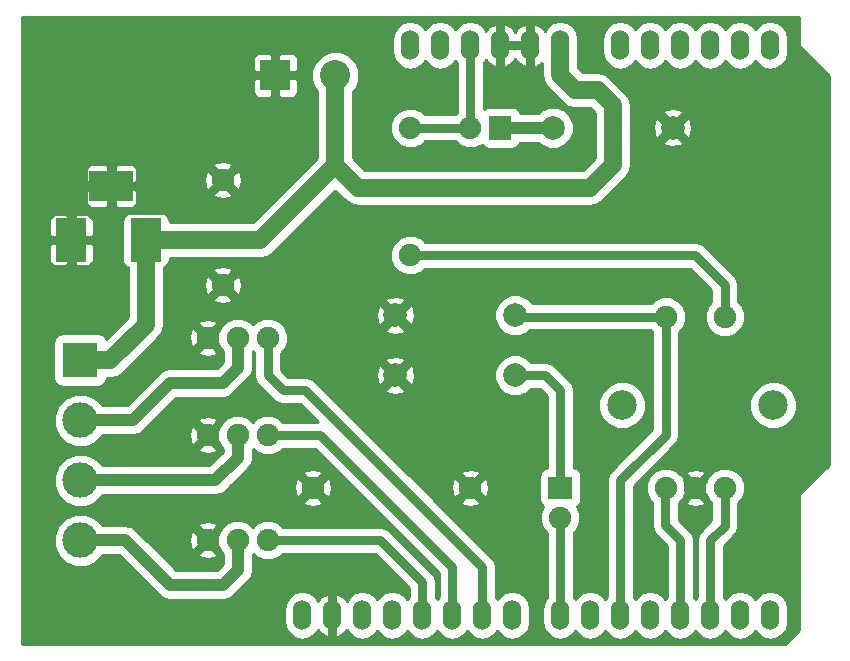
<source format=gbr>
G04 #@! TF.FileFunction,Copper,L1,Top,Signal*
%FSLAX46Y46*%
G04 Gerber Fmt 4.6, Leading zero omitted, Abs format (unit mm)*
G04 Created by KiCad (PCBNEW (2015-07-07 BZR 5906)-product) date Thu 20 Aug 2015 11:53:27 CEST*
%MOMM*%
G01*
G04 APERTURE LIST*
%ADD10C,0.100000*%
%ADD11R,2.500000X3.700000*%
%ADD12R,3.700000X2.500000*%
%ADD13C,1.900000*%
%ADD14C,2.500000*%
%ADD15C,3.000000*%
%ADD16R,3.000000X3.000000*%
%ADD17C,1.998980*%
%ADD18R,2.540000X2.540000*%
%ADD19C,2.540000*%
%ADD20R,1.900000X2.000000*%
%ADD21R,2.000000X1.900000*%
%ADD22O,1.524000X2.540000*%
%ADD23C,1.524000*%
%ADD24C,0.762000*%
%ADD25C,1.016000*%
%ADD26C,0.254000*%
G04 APERTURE END LIST*
D10*
D11*
X75445000Y-128270000D03*
D12*
X78845000Y-123670000D03*
D11*
X81745000Y-128270000D03*
D13*
X130770000Y-149240000D03*
X128270000Y-149240000D03*
X125770000Y-149240000D03*
X130770000Y-134740000D03*
X125770000Y-134740000D03*
D14*
X134870000Y-142240000D03*
X122070000Y-142240000D03*
D15*
X76200000Y-143510000D03*
X76200000Y-148590000D03*
D16*
X76200000Y-138430000D03*
D15*
X76200000Y-153670000D03*
D13*
X92075000Y-136525000D03*
X89535000Y-136525000D03*
X86995000Y-136525000D03*
D17*
X113030000Y-134620000D03*
X102870000Y-134620000D03*
D18*
X92710000Y-114300000D03*
D19*
X97790000Y-114300000D03*
D13*
X92075000Y-144780000D03*
X89535000Y-144780000D03*
X86995000Y-144780000D03*
X92075000Y-153670000D03*
X89535000Y-153670000D03*
X86995000Y-153670000D03*
X95885000Y-149225000D03*
X109220000Y-149225000D03*
X88265000Y-123190000D03*
X104140000Y-129540000D03*
X104140000Y-118745000D03*
X88265000Y-132080000D03*
D20*
X111760000Y-118745000D03*
D13*
X109220000Y-118745000D03*
D17*
X116205000Y-118745000D03*
X126365000Y-118745000D03*
D21*
X116840000Y-149225000D03*
D13*
X116840000Y-151765000D03*
D17*
X113030000Y-139700000D03*
X102870000Y-139700000D03*
D22*
X134620000Y-111760000D03*
X132080000Y-111760000D03*
X129540000Y-111760000D03*
X121920000Y-111760000D03*
X124460000Y-111760000D03*
X127000000Y-111760000D03*
X116840000Y-111760000D03*
X114300000Y-111760000D03*
X111760000Y-111760000D03*
X106680000Y-111760000D03*
X104140000Y-111760000D03*
X134620000Y-160020000D03*
X132080000Y-160020000D03*
X129540000Y-160020000D03*
X127000000Y-160020000D03*
X124460000Y-160020000D03*
X121920000Y-160020000D03*
X119380000Y-160020000D03*
X116840000Y-160020000D03*
X112776000Y-160020000D03*
X110236000Y-160020000D03*
X107696000Y-160020000D03*
X105156000Y-160020000D03*
X102616000Y-160020000D03*
X100076000Y-160020000D03*
X97536000Y-160020000D03*
X94996000Y-160020000D03*
X109220000Y-111760000D03*
D23*
X116840000Y-111760000D02*
X116840000Y-114300000D01*
X99695000Y-123825000D02*
X97790000Y-121920000D01*
X119380000Y-123825000D02*
X99695000Y-123825000D01*
X121285000Y-121920000D02*
X119380000Y-123825000D01*
X121285000Y-116840000D02*
X121285000Y-121920000D01*
X120015000Y-115570000D02*
X121285000Y-116840000D01*
X118110000Y-115570000D02*
X120015000Y-115570000D01*
X116840000Y-114300000D02*
X118110000Y-115570000D01*
X81745000Y-128270000D02*
X91440000Y-128270000D01*
X97790000Y-121920000D02*
X97790000Y-114300000D01*
X91440000Y-128270000D02*
X97790000Y-121920000D01*
X76200000Y-138430000D02*
X78740000Y-138430000D01*
X81745000Y-135425000D02*
X81745000Y-128270000D01*
X78740000Y-138430000D02*
X81745000Y-135425000D01*
D24*
X127000000Y-160020000D02*
X127000000Y-153670000D01*
X125730000Y-152400000D02*
X125730000Y-149280000D01*
X127000000Y-153670000D02*
X125730000Y-152400000D01*
X125730000Y-149280000D02*
X125770000Y-149240000D01*
X129540000Y-160020000D02*
X129540000Y-153670000D01*
X130770000Y-152440000D02*
X130770000Y-149240000D01*
X129540000Y-153670000D02*
X130770000Y-152440000D01*
X104140000Y-118745000D02*
X109220000Y-118745000D01*
X104140000Y-129540000D02*
X128270000Y-129540000D01*
X130770000Y-132040000D02*
X130770000Y-134740000D01*
X128270000Y-129540000D02*
X130770000Y-132040000D01*
X109220000Y-111760000D02*
X109220000Y-118745000D01*
D25*
X89535000Y-136525000D02*
X89535000Y-139065000D01*
X80645000Y-143510000D02*
X76200000Y-143510000D01*
X83820000Y-140335000D02*
X80645000Y-143510000D01*
X88265000Y-140335000D02*
X83820000Y-140335000D01*
X89535000Y-139065000D02*
X88265000Y-140335000D01*
X89535000Y-144780000D02*
X89535000Y-146685000D01*
X87630000Y-148590000D02*
X76200000Y-148590000D01*
X89535000Y-146685000D02*
X87630000Y-148590000D01*
X76200000Y-153670000D02*
X80010000Y-153670000D01*
X89535000Y-156210000D02*
X89535000Y-153670000D01*
X88265000Y-157480000D02*
X89535000Y-156210000D01*
X83820000Y-157480000D02*
X88265000Y-157480000D01*
X80010000Y-153670000D02*
X83820000Y-157480000D01*
D24*
X121920000Y-160020000D02*
X121920000Y-148590000D01*
X125770000Y-144740000D02*
X125770000Y-134740000D01*
X121920000Y-148590000D02*
X125770000Y-144740000D01*
X125770000Y-134740000D02*
X113150000Y-134740000D01*
X113150000Y-134740000D02*
X113030000Y-134620000D01*
X92075000Y-136525000D02*
X92075000Y-139700000D01*
X110236000Y-155956000D02*
X110236000Y-160020000D01*
X95250000Y-140970000D02*
X110236000Y-155956000D01*
X93345000Y-140970000D02*
X95250000Y-140970000D01*
X92075000Y-139700000D02*
X93345000Y-140970000D01*
X92075000Y-153670000D02*
X101600000Y-153670000D01*
X105156000Y-157226000D02*
X105156000Y-160020000D01*
X101600000Y-153670000D02*
X105156000Y-157226000D01*
X107696000Y-160020000D02*
X107696000Y-155956000D01*
X96520000Y-144780000D02*
X92075000Y-144780000D01*
X107696000Y-155956000D02*
X96520000Y-144780000D01*
D25*
X111760000Y-118745000D02*
X116205000Y-118745000D01*
D24*
X113030000Y-139700000D02*
X115570000Y-139700000D01*
X116840000Y-140970000D02*
X116840000Y-149225000D01*
X115570000Y-139700000D02*
X116840000Y-140970000D01*
X116840000Y-160020000D02*
X116840000Y-151765000D01*
D26*
G36*
X137033000Y-111759994D02*
X137032999Y-111760000D01*
X137042667Y-111808601D01*
X137070197Y-111849803D01*
X139573000Y-114352605D01*
X139573000Y-147267394D01*
X137070197Y-149770197D01*
X137042667Y-149811399D01*
X137032999Y-149860000D01*
X137033000Y-149860005D01*
X137033000Y-161237394D01*
X135837394Y-162433000D01*
X71247000Y-162433000D01*
X71247000Y-159472191D01*
X93472000Y-159472191D01*
X93472000Y-160567809D01*
X93588008Y-161151019D01*
X93918369Y-161645440D01*
X94412790Y-161975801D01*
X94996000Y-162091809D01*
X95579210Y-161975801D01*
X96073631Y-161645440D01*
X96329617Y-161262329D01*
X96511369Y-161538478D01*
X97052036Y-161838492D01*
X97263000Y-161735781D01*
X97263000Y-160293000D01*
X97243000Y-160293000D01*
X97243000Y-159747000D01*
X97263000Y-159747000D01*
X97263000Y-158304219D01*
X97052036Y-158201508D01*
X96511369Y-158501522D01*
X96329617Y-158777671D01*
X96073631Y-158394560D01*
X95579210Y-158064199D01*
X94996000Y-157948191D01*
X94412790Y-158064199D01*
X93918369Y-158394560D01*
X93588008Y-158888981D01*
X93472000Y-159472191D01*
X71247000Y-159472191D01*
X71247000Y-145985266D01*
X86175815Y-145985266D01*
X86279622Y-146229089D01*
X86888619Y-146392546D01*
X87513811Y-146310509D01*
X87710378Y-146229089D01*
X87814185Y-145985266D01*
X86995000Y-145166080D01*
X86175815Y-145985266D01*
X71247000Y-145985266D01*
X71247000Y-143957966D01*
X73937608Y-143957966D01*
X74281252Y-144789646D01*
X74917007Y-145426512D01*
X75748086Y-145771606D01*
X76647966Y-145772392D01*
X77479646Y-145428748D01*
X78116512Y-144792993D01*
X78121907Y-144780000D01*
X80644995Y-144780000D01*
X80645000Y-144780001D01*
X81131008Y-144683327D01*
X81145537Y-144673619D01*
X85382454Y-144673619D01*
X85464491Y-145298811D01*
X85545911Y-145495378D01*
X85789734Y-145599185D01*
X86608920Y-144780000D01*
X85789734Y-143960815D01*
X85545911Y-144064622D01*
X85382454Y-144673619D01*
X81145537Y-144673619D01*
X81543026Y-144408026D01*
X82376318Y-143574734D01*
X86175815Y-143574734D01*
X86995000Y-144393920D01*
X87814185Y-143574734D01*
X87710378Y-143330911D01*
X87101381Y-143167454D01*
X86476189Y-143249491D01*
X86279622Y-143330911D01*
X86175815Y-143574734D01*
X82376318Y-143574734D01*
X84346052Y-141605000D01*
X88264995Y-141605000D01*
X88265000Y-141605001D01*
X88751008Y-141508327D01*
X89163026Y-141233026D01*
X90433023Y-139963028D01*
X90433026Y-139963026D01*
X90708327Y-139551008D01*
X90805000Y-139065000D01*
X90805000Y-137676238D01*
X90805104Y-137676134D01*
X90932000Y-137803252D01*
X90932000Y-139700000D01*
X91019006Y-140137407D01*
X91266777Y-140508223D01*
X92536777Y-141778223D01*
X92907593Y-142025994D01*
X93345000Y-142113000D01*
X94776554Y-142113000D01*
X96300554Y-143637000D01*
X93353016Y-143637000D01*
X93046036Y-143329483D01*
X92417032Y-143068298D01*
X91735956Y-143067704D01*
X91106497Y-143327791D01*
X90804896Y-143628866D01*
X90506036Y-143329483D01*
X89877032Y-143068298D01*
X89195956Y-143067704D01*
X88566497Y-143327791D01*
X88084483Y-143808964D01*
X87894439Y-144266642D01*
X87381080Y-144780000D01*
X87894934Y-145293853D01*
X88082791Y-145748503D01*
X88265000Y-145931030D01*
X88265000Y-146158949D01*
X87103948Y-147320000D01*
X78122734Y-147320000D01*
X78118748Y-147310354D01*
X77482993Y-146673488D01*
X76651914Y-146328394D01*
X75752034Y-146327608D01*
X74920354Y-146671252D01*
X74283488Y-147307007D01*
X73938394Y-148138086D01*
X73937608Y-149037966D01*
X74281252Y-149869646D01*
X74917007Y-150506512D01*
X75748086Y-150851606D01*
X76647966Y-150852392D01*
X77479646Y-150508748D01*
X77558265Y-150430266D01*
X95065815Y-150430266D01*
X95169622Y-150674089D01*
X95778619Y-150837546D01*
X96403811Y-150755509D01*
X96600378Y-150674089D01*
X96704185Y-150430266D01*
X95885000Y-149611080D01*
X95065815Y-150430266D01*
X77558265Y-150430266D01*
X78116512Y-149872993D01*
X78121907Y-149860000D01*
X87629995Y-149860000D01*
X87630000Y-149860001D01*
X88116008Y-149763327D01*
X88528026Y-149488026D01*
X88897432Y-149118619D01*
X94272454Y-149118619D01*
X94354491Y-149743811D01*
X94435911Y-149940378D01*
X94679734Y-150044185D01*
X95498920Y-149225000D01*
X96271080Y-149225000D01*
X97090266Y-150044185D01*
X97334089Y-149940378D01*
X97497546Y-149331381D01*
X97415509Y-148706189D01*
X97334089Y-148509622D01*
X97090266Y-148405815D01*
X96271080Y-149225000D01*
X95498920Y-149225000D01*
X95498920Y-149225000D01*
X94679734Y-148405815D01*
X94435911Y-148509622D01*
X94272454Y-149118619D01*
X88897432Y-149118619D01*
X89996317Y-148019734D01*
X95065815Y-148019734D01*
X95885000Y-148838920D01*
X96704185Y-148019734D01*
X96600378Y-147775911D01*
X95991381Y-147612454D01*
X95366189Y-147694491D01*
X95169622Y-147775911D01*
X95065815Y-148019734D01*
X89996317Y-148019734D01*
X90433023Y-147583028D01*
X90433026Y-147583026D01*
X90708327Y-147171008D01*
X90805001Y-146685000D01*
X90805000Y-146684995D01*
X90805000Y-145931238D01*
X90805104Y-145931134D01*
X91103964Y-146230517D01*
X91732968Y-146491702D01*
X92414044Y-146492296D01*
X93043503Y-146232209D01*
X93353252Y-145923000D01*
X96046554Y-145923000D01*
X106553000Y-156429446D01*
X106553000Y-158492392D01*
X106426000Y-158682461D01*
X106299000Y-158492392D01*
X106299000Y-157226000D01*
X106211994Y-156788593D01*
X105964223Y-156417777D01*
X102408223Y-152861777D01*
X102037407Y-152614006D01*
X101600000Y-152527000D01*
X93353016Y-152527000D01*
X93046036Y-152219483D01*
X92417032Y-151958298D01*
X91735956Y-151957704D01*
X91106497Y-152217791D01*
X90804896Y-152518866D01*
X90506036Y-152219483D01*
X89877032Y-151958298D01*
X89195956Y-151957704D01*
X88566497Y-152217791D01*
X88084483Y-152698964D01*
X87894439Y-153156642D01*
X87381080Y-153670000D01*
X87894934Y-154183853D01*
X88082791Y-154638503D01*
X88265000Y-154821030D01*
X88265000Y-155683949D01*
X87738948Y-156210000D01*
X84346051Y-156210000D01*
X83011318Y-154875266D01*
X86175815Y-154875266D01*
X86279622Y-155119089D01*
X86888619Y-155282546D01*
X87513811Y-155200509D01*
X87710378Y-155119089D01*
X87814185Y-154875266D01*
X86995000Y-154056080D01*
X86175815Y-154875266D01*
X83011318Y-154875266D01*
X81699671Y-153563619D01*
X85382454Y-153563619D01*
X85464491Y-154188811D01*
X85545911Y-154385378D01*
X85789734Y-154489185D01*
X86608920Y-153670000D01*
X85789734Y-152850815D01*
X85545911Y-152954622D01*
X85382454Y-153563619D01*
X81699671Y-153563619D01*
X80908026Y-152771974D01*
X80496008Y-152496673D01*
X80335442Y-152464734D01*
X86175815Y-152464734D01*
X86995000Y-153283920D01*
X87814185Y-152464734D01*
X87710378Y-152220911D01*
X87101381Y-152057454D01*
X86476189Y-152139491D01*
X86279622Y-152220911D01*
X86175815Y-152464734D01*
X80335442Y-152464734D01*
X80010000Y-152399999D01*
X80009995Y-152400000D01*
X78122734Y-152400000D01*
X78118748Y-152390354D01*
X77482993Y-151753488D01*
X76651914Y-151408394D01*
X75752034Y-151407608D01*
X74920354Y-151751252D01*
X74283488Y-152387007D01*
X73938394Y-153218086D01*
X73937608Y-154117966D01*
X74281252Y-154949646D01*
X74917007Y-155586512D01*
X75748086Y-155931606D01*
X76647966Y-155932392D01*
X77479646Y-155588748D01*
X78116512Y-154952993D01*
X78121907Y-154940000D01*
X79483948Y-154940000D01*
X82921972Y-158378023D01*
X82921974Y-158378026D01*
X83333992Y-158653327D01*
X83820000Y-158750001D01*
X83820005Y-158750000D01*
X88264995Y-158750000D01*
X88265000Y-158750001D01*
X88751008Y-158653327D01*
X89163026Y-158378026D01*
X90433023Y-157108028D01*
X90433026Y-157108026D01*
X90708327Y-156696008D01*
X90805000Y-156210000D01*
X90805000Y-154821238D01*
X90805104Y-154821134D01*
X91103964Y-155120517D01*
X91732968Y-155381702D01*
X92414044Y-155382296D01*
X93043503Y-155122209D01*
X93353252Y-154813000D01*
X101126554Y-154813000D01*
X104013000Y-157699446D01*
X104013000Y-158492392D01*
X103886000Y-158682461D01*
X103693631Y-158394560D01*
X103199210Y-158064199D01*
X102616000Y-157948191D01*
X102032790Y-158064199D01*
X101538369Y-158394560D01*
X101346000Y-158682461D01*
X101153631Y-158394560D01*
X100659210Y-158064199D01*
X100076000Y-157948191D01*
X99492790Y-158064199D01*
X98998369Y-158394560D01*
X98742383Y-158777671D01*
X98560631Y-158501522D01*
X98019964Y-158201508D01*
X97809000Y-158304219D01*
X97809000Y-159747000D01*
X97829000Y-159747000D01*
X97829000Y-160293000D01*
X97809000Y-160293000D01*
X97809000Y-161735781D01*
X98019964Y-161838492D01*
X98560631Y-161538478D01*
X98742383Y-161262329D01*
X98998369Y-161645440D01*
X99492790Y-161975801D01*
X100076000Y-162091809D01*
X100659210Y-161975801D01*
X101153631Y-161645440D01*
X101346000Y-161357539D01*
X101538369Y-161645440D01*
X102032790Y-161975801D01*
X102616000Y-162091809D01*
X103199210Y-161975801D01*
X103693631Y-161645440D01*
X103886000Y-161357539D01*
X104078369Y-161645440D01*
X104572790Y-161975801D01*
X105156000Y-162091809D01*
X105739210Y-161975801D01*
X106233631Y-161645440D01*
X106426000Y-161357539D01*
X106618369Y-161645440D01*
X107112790Y-161975801D01*
X107696000Y-162091809D01*
X108279210Y-161975801D01*
X108773631Y-161645440D01*
X108966000Y-161357539D01*
X109158369Y-161645440D01*
X109652790Y-161975801D01*
X110236000Y-162091809D01*
X110819210Y-161975801D01*
X111313631Y-161645440D01*
X111506000Y-161357539D01*
X111698369Y-161645440D01*
X112192790Y-161975801D01*
X112776000Y-162091809D01*
X113359210Y-161975801D01*
X113853631Y-161645440D01*
X114183992Y-161151019D01*
X114300000Y-160567809D01*
X114300000Y-159472191D01*
X114183992Y-158888981D01*
X113853631Y-158394560D01*
X113359210Y-158064199D01*
X112776000Y-157948191D01*
X112192790Y-158064199D01*
X111698369Y-158394560D01*
X111506000Y-158682461D01*
X111379000Y-158492392D01*
X111379000Y-155956000D01*
X111291994Y-155518593D01*
X111044223Y-155147777D01*
X106326712Y-150430266D01*
X108400815Y-150430266D01*
X108504622Y-150674089D01*
X109113619Y-150837546D01*
X109738811Y-150755509D01*
X109935378Y-150674089D01*
X110039185Y-150430266D01*
X109220000Y-149611080D01*
X108400815Y-150430266D01*
X106326712Y-150430266D01*
X105015065Y-149118619D01*
X107607454Y-149118619D01*
X107689491Y-149743811D01*
X107770911Y-149940378D01*
X108014734Y-150044185D01*
X108833920Y-149225000D01*
X109606080Y-149225000D01*
X110425266Y-150044185D01*
X110669089Y-149940378D01*
X110832546Y-149331381D01*
X110750509Y-148706189D01*
X110669089Y-148509622D01*
X110425266Y-148405815D01*
X109606080Y-149225000D01*
X108833920Y-149225000D01*
X108833920Y-149225000D01*
X108014734Y-148405815D01*
X107770911Y-148509622D01*
X107607454Y-149118619D01*
X105015065Y-149118619D01*
X103916180Y-148019734D01*
X108400815Y-148019734D01*
X109220000Y-148838920D01*
X110039185Y-148019734D01*
X109935378Y-147775911D01*
X109326381Y-147612454D01*
X108701189Y-147694491D01*
X108504622Y-147775911D01*
X108400815Y-148019734D01*
X103916180Y-148019734D01*
X96838013Y-140941567D01*
X102014513Y-140941567D01*
X102124543Y-141190488D01*
X102751673Y-141362306D01*
X103396817Y-141281051D01*
X103615457Y-141190488D01*
X103725487Y-140941567D01*
X102870000Y-140086080D01*
X102014513Y-140941567D01*
X96838013Y-140941567D01*
X96058223Y-140161777D01*
X95687407Y-139914006D01*
X95250000Y-139827000D01*
X93818446Y-139827000D01*
X93573119Y-139581673D01*
X101207694Y-139581673D01*
X101288949Y-140226817D01*
X101379512Y-140445457D01*
X101628433Y-140555487D01*
X102483920Y-139700000D01*
X103256080Y-139700000D01*
X104111567Y-140555487D01*
X104360488Y-140445457D01*
X104532306Y-139818327D01*
X104451051Y-139173183D01*
X104360488Y-138954543D01*
X104111567Y-138844513D01*
X103256080Y-139700000D01*
X102483920Y-139700000D01*
X102483920Y-139700000D01*
X101628433Y-138844513D01*
X101379512Y-138954543D01*
X101207694Y-139581673D01*
X93573119Y-139581673D01*
X93218000Y-139226554D01*
X93218000Y-138458433D01*
X102014513Y-138458433D01*
X102870000Y-139313920D01*
X103725487Y-138458433D01*
X103615457Y-138209512D01*
X102988327Y-138037694D01*
X102343183Y-138118949D01*
X102124543Y-138209512D01*
X102014513Y-138458433D01*
X93218000Y-138458433D01*
X93218000Y-137803016D01*
X93525517Y-137496036D01*
X93786702Y-136867032D01*
X93787296Y-136185956D01*
X93653262Y-135861567D01*
X102014513Y-135861567D01*
X102124543Y-136110488D01*
X102751673Y-136282306D01*
X103396817Y-136201051D01*
X103615457Y-136110488D01*
X103725487Y-135861567D01*
X102870000Y-135006080D01*
X102014513Y-135861567D01*
X93653262Y-135861567D01*
X93527209Y-135556497D01*
X93046036Y-135074483D01*
X92417032Y-134813298D01*
X91735956Y-134812704D01*
X91106497Y-135072791D01*
X90804896Y-135373866D01*
X90506036Y-135074483D01*
X89877032Y-134813298D01*
X89195956Y-134812704D01*
X88566497Y-135072791D01*
X88084483Y-135553964D01*
X87894439Y-136011642D01*
X87381080Y-136525000D01*
X87894934Y-137038853D01*
X88082791Y-137493503D01*
X88265000Y-137676030D01*
X88265000Y-138538949D01*
X87738948Y-139065000D01*
X83820005Y-139065000D01*
X83820000Y-139064999D01*
X83333992Y-139161673D01*
X82921974Y-139436974D01*
X80118948Y-142240000D01*
X78122734Y-142240000D01*
X78118748Y-142230354D01*
X77482993Y-141593488D01*
X76651914Y-141248394D01*
X75752034Y-141247608D01*
X74920354Y-141591252D01*
X74283488Y-142227007D01*
X73938394Y-143058086D01*
X73937608Y-143957966D01*
X71247000Y-143957966D01*
X71247000Y-136930000D01*
X73923072Y-136930000D01*
X73923072Y-139930000D01*
X73979445Y-140220548D01*
X74147192Y-140475913D01*
X74400432Y-140646852D01*
X74700000Y-140706928D01*
X77700000Y-140706928D01*
X77990548Y-140650555D01*
X78245913Y-140482808D01*
X78416852Y-140229568D01*
X78472115Y-139954000D01*
X78740000Y-139954000D01*
X79323210Y-139837992D01*
X79817631Y-139507631D01*
X81594996Y-137730266D01*
X86175815Y-137730266D01*
X86279622Y-137974089D01*
X86888619Y-138137546D01*
X87513811Y-138055509D01*
X87710378Y-137974089D01*
X87814185Y-137730266D01*
X86995000Y-136911080D01*
X86175815Y-137730266D01*
X81594996Y-137730266D01*
X82822631Y-136502631D01*
X82878765Y-136418619D01*
X85382454Y-136418619D01*
X85464491Y-137043811D01*
X85545911Y-137240378D01*
X85789734Y-137344185D01*
X86608920Y-136525000D01*
X85789734Y-135705815D01*
X85545911Y-135809622D01*
X85382454Y-136418619D01*
X82878765Y-136418619D01*
X83152993Y-136008209D01*
X83269001Y-135425000D01*
X83269000Y-135424995D01*
X83269000Y-135319734D01*
X86175815Y-135319734D01*
X86995000Y-136138920D01*
X87814185Y-135319734D01*
X87710378Y-135075911D01*
X87101381Y-134912454D01*
X86476189Y-134994491D01*
X86279622Y-135075911D01*
X86175815Y-135319734D01*
X83269000Y-135319734D01*
X83269000Y-134501673D01*
X101207694Y-134501673D01*
X101288949Y-135146817D01*
X101379512Y-135365457D01*
X101628433Y-135475487D01*
X102483920Y-134620000D01*
X103256080Y-134620000D01*
X104111567Y-135475487D01*
X104360488Y-135365457D01*
X104469149Y-134968845D01*
X111268205Y-134968845D01*
X111535810Y-135616501D01*
X112030893Y-136112448D01*
X112678081Y-136381184D01*
X113378845Y-136381795D01*
X114026501Y-136114190D01*
X114258094Y-135883000D01*
X124491984Y-135883000D01*
X124627000Y-136018252D01*
X124627000Y-144266554D01*
X121111777Y-147781777D01*
X120864006Y-148152593D01*
X120777000Y-148590000D01*
X120777000Y-158492392D01*
X120650000Y-158682461D01*
X120457631Y-158394560D01*
X119963210Y-158064199D01*
X119380000Y-157948191D01*
X118796790Y-158064199D01*
X118302369Y-158394560D01*
X118110000Y-158682461D01*
X117983000Y-158492392D01*
X117983000Y-153043016D01*
X118290517Y-152736036D01*
X118551702Y-152107032D01*
X118552296Y-151425956D01*
X118292209Y-150796497D01*
X118287907Y-150792187D01*
X118385913Y-150727808D01*
X118556852Y-150474568D01*
X118616928Y-150175000D01*
X118616928Y-148275000D01*
X118560555Y-147984452D01*
X118392808Y-147729087D01*
X118139568Y-147558148D01*
X117983000Y-147526750D01*
X117983000Y-142638456D01*
X120057652Y-142638456D01*
X120363315Y-143378217D01*
X120928806Y-143944696D01*
X121668033Y-144251650D01*
X122468456Y-144252348D01*
X123208217Y-143946685D01*
X123774696Y-143381194D01*
X124081650Y-142641967D01*
X124082348Y-141841544D01*
X123776685Y-141101783D01*
X123211194Y-140535304D01*
X122471967Y-140228350D01*
X121671544Y-140227652D01*
X120931783Y-140533315D01*
X120365304Y-141098806D01*
X120058350Y-141838033D01*
X120057652Y-142638456D01*
X117983000Y-142638456D01*
X117983000Y-140970000D01*
X117895994Y-140532593D01*
X117648223Y-140161777D01*
X116378223Y-138891777D01*
X116007407Y-138644006D01*
X115570000Y-138557000D01*
X114377946Y-138557000D01*
X114029107Y-138207552D01*
X113381919Y-137938816D01*
X112681155Y-137938205D01*
X112033499Y-138205810D01*
X111537552Y-138700893D01*
X111268816Y-139348081D01*
X111268205Y-140048845D01*
X111535810Y-140696501D01*
X112030893Y-141192448D01*
X112678081Y-141461184D01*
X113378845Y-141461795D01*
X114026501Y-141194190D01*
X114378304Y-140843000D01*
X115096554Y-140843000D01*
X115697000Y-141443446D01*
X115697000Y-147525817D01*
X115549452Y-147554445D01*
X115294087Y-147722192D01*
X115123148Y-147975432D01*
X115063072Y-148275000D01*
X115063072Y-150175000D01*
X115119445Y-150465548D01*
X115287192Y-150720913D01*
X115391876Y-150791575D01*
X115389483Y-150793964D01*
X115128298Y-151422968D01*
X115127704Y-152104044D01*
X115387791Y-152733503D01*
X115697000Y-153043252D01*
X115697000Y-158492392D01*
X115432008Y-158888981D01*
X115316000Y-159472191D01*
X115316000Y-160567809D01*
X115432008Y-161151019D01*
X115762369Y-161645440D01*
X116256790Y-161975801D01*
X116840000Y-162091809D01*
X117423210Y-161975801D01*
X117917631Y-161645440D01*
X118110000Y-161357539D01*
X118302369Y-161645440D01*
X118796790Y-161975801D01*
X119380000Y-162091809D01*
X119963210Y-161975801D01*
X120457631Y-161645440D01*
X120650000Y-161357539D01*
X120842369Y-161645440D01*
X121336790Y-161975801D01*
X121920000Y-162091809D01*
X122503210Y-161975801D01*
X122997631Y-161645440D01*
X123190000Y-161357539D01*
X123382369Y-161645440D01*
X123876790Y-161975801D01*
X124460000Y-162091809D01*
X125043210Y-161975801D01*
X125537631Y-161645440D01*
X125730000Y-161357539D01*
X125922369Y-161645440D01*
X126416790Y-161975801D01*
X127000000Y-162091809D01*
X127583210Y-161975801D01*
X128077631Y-161645440D01*
X128270000Y-161357539D01*
X128462369Y-161645440D01*
X128956790Y-161975801D01*
X129540000Y-162091809D01*
X130123210Y-161975801D01*
X130617631Y-161645440D01*
X130810000Y-161357539D01*
X131002369Y-161645440D01*
X131496790Y-161975801D01*
X132080000Y-162091809D01*
X132663210Y-161975801D01*
X133157631Y-161645440D01*
X133350000Y-161357539D01*
X133542369Y-161645440D01*
X134036790Y-161975801D01*
X134620000Y-162091809D01*
X135203210Y-161975801D01*
X135697631Y-161645440D01*
X136027992Y-161151019D01*
X136144000Y-160567809D01*
X136144000Y-159472191D01*
X136027992Y-158888981D01*
X135697631Y-158394560D01*
X135203210Y-158064199D01*
X134620000Y-157948191D01*
X134036790Y-158064199D01*
X133542369Y-158394560D01*
X133350000Y-158682461D01*
X133157631Y-158394560D01*
X132663210Y-158064199D01*
X132080000Y-157948191D01*
X131496790Y-158064199D01*
X131002369Y-158394560D01*
X130810000Y-158682461D01*
X130683000Y-158492392D01*
X130683000Y-154143446D01*
X131578223Y-153248223D01*
X131825994Y-152877407D01*
X131913000Y-152440000D01*
X131913000Y-150518016D01*
X132220517Y-150211036D01*
X132481702Y-149582032D01*
X132482296Y-148900956D01*
X132222209Y-148271497D01*
X131741036Y-147789483D01*
X131112032Y-147528298D01*
X130430956Y-147527704D01*
X129801497Y-147787791D01*
X129319483Y-148268964D01*
X129101035Y-148795045D01*
X128656080Y-149240000D01*
X129101768Y-149685688D01*
X129317791Y-150208503D01*
X129627000Y-150518252D01*
X129627000Y-151966554D01*
X128731777Y-152861777D01*
X128484006Y-153232593D01*
X128397000Y-153670000D01*
X128397000Y-158492392D01*
X128270000Y-158682461D01*
X128143000Y-158492392D01*
X128143000Y-153670000D01*
X128055994Y-153232593D01*
X127808223Y-152861777D01*
X126873000Y-151926554D01*
X126873000Y-150557947D01*
X126985877Y-150445266D01*
X127450815Y-150445266D01*
X127554622Y-150689089D01*
X128163619Y-150852546D01*
X128788811Y-150770509D01*
X128985378Y-150689089D01*
X129089185Y-150445266D01*
X128270000Y-149626080D01*
X127450815Y-150445266D01*
X126985877Y-150445266D01*
X127220517Y-150211036D01*
X127438965Y-149684955D01*
X127883920Y-149240000D01*
X127438232Y-148794312D01*
X127222209Y-148271497D01*
X126985860Y-148034734D01*
X127450815Y-148034734D01*
X128270000Y-148853920D01*
X129089185Y-148034734D01*
X128985378Y-147790911D01*
X128376381Y-147627454D01*
X127751189Y-147709491D01*
X127554622Y-147790911D01*
X127450815Y-148034734D01*
X126985860Y-148034734D01*
X126741036Y-147789483D01*
X126112032Y-147528298D01*
X125430956Y-147527704D01*
X124801497Y-147787791D01*
X124319483Y-148268964D01*
X124058298Y-148897968D01*
X124057704Y-149579044D01*
X124317791Y-150208503D01*
X124587000Y-150478183D01*
X124587000Y-152400000D01*
X124674006Y-152837407D01*
X124921777Y-153208223D01*
X125857000Y-154143446D01*
X125857000Y-158492392D01*
X125730000Y-158682461D01*
X125537631Y-158394560D01*
X125043210Y-158064199D01*
X124460000Y-157948191D01*
X123876790Y-158064199D01*
X123382369Y-158394560D01*
X123190000Y-158682461D01*
X123063000Y-158492392D01*
X123063000Y-149063446D01*
X126578223Y-145548223D01*
X126825994Y-145177407D01*
X126913000Y-144740000D01*
X126913000Y-142638456D01*
X132857652Y-142638456D01*
X133163315Y-143378217D01*
X133728806Y-143944696D01*
X134468033Y-144251650D01*
X135268456Y-144252348D01*
X136008217Y-143946685D01*
X136574696Y-143381194D01*
X136881650Y-142641967D01*
X136882348Y-141841544D01*
X136576685Y-141101783D01*
X136011194Y-140535304D01*
X135271967Y-140228350D01*
X134471544Y-140227652D01*
X133731783Y-140533315D01*
X133165304Y-141098806D01*
X132858350Y-141838033D01*
X132857652Y-142638456D01*
X126913000Y-142638456D01*
X126913000Y-136018016D01*
X127220517Y-135711036D01*
X127481702Y-135082032D01*
X127482296Y-134400956D01*
X127222209Y-133771497D01*
X126741036Y-133289483D01*
X126112032Y-133028298D01*
X125430956Y-133027704D01*
X124801497Y-133287791D01*
X124491748Y-133597000D01*
X114497737Y-133597000D01*
X114029107Y-133127552D01*
X113381919Y-132858816D01*
X112681155Y-132858205D01*
X112033499Y-133125810D01*
X111537552Y-133620893D01*
X111268816Y-134268081D01*
X111268205Y-134968845D01*
X104469149Y-134968845D01*
X104532306Y-134738327D01*
X104451051Y-134093183D01*
X104360488Y-133874543D01*
X104111567Y-133764513D01*
X103256080Y-134620000D01*
X102483920Y-134620000D01*
X102483920Y-134620000D01*
X101628433Y-133764513D01*
X101379512Y-133874543D01*
X101207694Y-134501673D01*
X83269000Y-134501673D01*
X83269000Y-133285266D01*
X87445815Y-133285266D01*
X87549622Y-133529089D01*
X88158619Y-133692546D01*
X88783811Y-133610509D01*
X88980378Y-133529089D01*
X89044519Y-133378433D01*
X102014513Y-133378433D01*
X102870000Y-134233920D01*
X103725487Y-133378433D01*
X103615457Y-133129512D01*
X102988327Y-132957694D01*
X102343183Y-133038949D01*
X102124543Y-133129512D01*
X102014513Y-133378433D01*
X89044519Y-133378433D01*
X89084185Y-133285266D01*
X88265000Y-132466080D01*
X87445815Y-133285266D01*
X83269000Y-133285266D01*
X83269000Y-131973619D01*
X86652454Y-131973619D01*
X86734491Y-132598811D01*
X86815911Y-132795378D01*
X87059734Y-132899185D01*
X87878920Y-132080000D01*
X88651080Y-132080000D01*
X89470266Y-132899185D01*
X89714089Y-132795378D01*
X89877546Y-132186381D01*
X89795509Y-131561189D01*
X89714089Y-131364622D01*
X89470266Y-131260815D01*
X88651080Y-132080000D01*
X87878920Y-132080000D01*
X87878920Y-132080000D01*
X87059734Y-131260815D01*
X86815911Y-131364622D01*
X86652454Y-131973619D01*
X83269000Y-131973619D01*
X83269000Y-130874734D01*
X87445815Y-130874734D01*
X88265000Y-131693920D01*
X89084185Y-130874734D01*
X88980378Y-130630911D01*
X88371381Y-130467454D01*
X87746189Y-130549491D01*
X87549622Y-130630911D01*
X87445815Y-130874734D01*
X83269000Y-130874734D01*
X83269000Y-130543766D01*
X83285548Y-130540555D01*
X83540913Y-130372808D01*
X83711852Y-130119568D01*
X83760087Y-129879044D01*
X102427704Y-129879044D01*
X102687791Y-130508503D01*
X103168964Y-130990517D01*
X103797968Y-131251702D01*
X104479044Y-131252296D01*
X105108503Y-130992209D01*
X105418252Y-130683000D01*
X127796554Y-130683000D01*
X129627000Y-132513446D01*
X129627000Y-133461984D01*
X129319483Y-133768964D01*
X129058298Y-134397968D01*
X129057704Y-135079044D01*
X129317791Y-135708503D01*
X129798964Y-136190517D01*
X130427968Y-136451702D01*
X131109044Y-136452296D01*
X131738503Y-136192209D01*
X132220517Y-135711036D01*
X132481702Y-135082032D01*
X132482296Y-134400956D01*
X132222209Y-133771497D01*
X131913000Y-133461748D01*
X131913000Y-132040000D01*
X131825994Y-131602593D01*
X131578223Y-131231777D01*
X129078223Y-128731777D01*
X128707407Y-128484006D01*
X128270000Y-128397000D01*
X105418016Y-128397000D01*
X105111036Y-128089483D01*
X104482032Y-127828298D01*
X103800956Y-127827704D01*
X103171497Y-128087791D01*
X102689483Y-128568964D01*
X102428298Y-129197968D01*
X102427704Y-129879044D01*
X83760087Y-129879044D01*
X83771928Y-129820000D01*
X83771928Y-129794000D01*
X91440000Y-129794000D01*
X92023210Y-129677992D01*
X92517631Y-129347631D01*
X97790000Y-124075262D01*
X98617369Y-124902631D01*
X99111791Y-125232993D01*
X99695000Y-125349000D01*
X119380000Y-125349000D01*
X119963210Y-125232992D01*
X120457631Y-124902631D01*
X122362631Y-122997631D01*
X122692993Y-122503209D01*
X122809000Y-121920000D01*
X122809000Y-119986567D01*
X125509513Y-119986567D01*
X125619543Y-120235488D01*
X126246673Y-120407306D01*
X126891817Y-120326051D01*
X127110457Y-120235488D01*
X127220487Y-119986567D01*
X126365000Y-119131080D01*
X125509513Y-119986567D01*
X122809000Y-119986567D01*
X122809000Y-118626673D01*
X124702694Y-118626673D01*
X124783949Y-119271817D01*
X124874512Y-119490457D01*
X125123433Y-119600487D01*
X125978920Y-118745000D01*
X126751080Y-118745000D01*
X127606567Y-119600487D01*
X127855488Y-119490457D01*
X128027306Y-118863327D01*
X127946051Y-118218183D01*
X127855488Y-117999543D01*
X127606567Y-117889513D01*
X126751080Y-118745000D01*
X125978920Y-118745000D01*
X125978920Y-118745000D01*
X125123433Y-117889513D01*
X124874512Y-117999543D01*
X124702694Y-118626673D01*
X122809000Y-118626673D01*
X122809000Y-117503433D01*
X125509513Y-117503433D01*
X126365000Y-118358920D01*
X127220487Y-117503433D01*
X127110457Y-117254512D01*
X126483327Y-117082694D01*
X125838183Y-117163949D01*
X125619543Y-117254512D01*
X125509513Y-117503433D01*
X122809000Y-117503433D01*
X122809000Y-116840000D01*
X122692992Y-116256790D01*
X122362631Y-115762369D01*
X121092631Y-114492369D01*
X120883459Y-114352605D01*
X120598210Y-114162008D01*
X120015000Y-114046000D01*
X118741262Y-114046000D01*
X118364000Y-113668738D01*
X118364000Y-111212191D01*
X120396000Y-111212191D01*
X120396000Y-112307809D01*
X120512008Y-112891019D01*
X120842369Y-113385440D01*
X121336790Y-113715801D01*
X121920000Y-113831809D01*
X122503210Y-113715801D01*
X122997631Y-113385440D01*
X123190000Y-113097539D01*
X123382369Y-113385440D01*
X123876790Y-113715801D01*
X124460000Y-113831809D01*
X125043210Y-113715801D01*
X125537631Y-113385440D01*
X125730000Y-113097539D01*
X125922369Y-113385440D01*
X126416790Y-113715801D01*
X127000000Y-113831809D01*
X127583210Y-113715801D01*
X128077631Y-113385440D01*
X128270000Y-113097539D01*
X128462369Y-113385440D01*
X128956790Y-113715801D01*
X129540000Y-113831809D01*
X130123210Y-113715801D01*
X130617631Y-113385440D01*
X130810000Y-113097539D01*
X131002369Y-113385440D01*
X131496790Y-113715801D01*
X132080000Y-113831809D01*
X132663210Y-113715801D01*
X133157631Y-113385440D01*
X133350000Y-113097539D01*
X133542369Y-113385440D01*
X134036790Y-113715801D01*
X134620000Y-113831809D01*
X135203210Y-113715801D01*
X135697631Y-113385440D01*
X136027992Y-112891019D01*
X136144000Y-112307809D01*
X136144000Y-111212191D01*
X136027992Y-110628981D01*
X135697631Y-110134560D01*
X135203210Y-109804199D01*
X134620000Y-109688191D01*
X134036790Y-109804199D01*
X133542369Y-110134560D01*
X133350000Y-110422461D01*
X133157631Y-110134560D01*
X132663210Y-109804199D01*
X132080000Y-109688191D01*
X131496790Y-109804199D01*
X131002369Y-110134560D01*
X130810000Y-110422461D01*
X130617631Y-110134560D01*
X130123210Y-109804199D01*
X129540000Y-109688191D01*
X128956790Y-109804199D01*
X128462369Y-110134560D01*
X128270000Y-110422461D01*
X128077631Y-110134560D01*
X127583210Y-109804199D01*
X127000000Y-109688191D01*
X126416790Y-109804199D01*
X125922369Y-110134560D01*
X125730000Y-110422461D01*
X125537631Y-110134560D01*
X125043210Y-109804199D01*
X124460000Y-109688191D01*
X123876790Y-109804199D01*
X123382369Y-110134560D01*
X123190000Y-110422461D01*
X122997631Y-110134560D01*
X122503210Y-109804199D01*
X121920000Y-109688191D01*
X121336790Y-109804199D01*
X120842369Y-110134560D01*
X120512008Y-110628981D01*
X120396000Y-111212191D01*
X118364000Y-111212191D01*
X118364000Y-111212191D01*
X118247992Y-110628981D01*
X117917631Y-110134560D01*
X117423210Y-109804199D01*
X116840000Y-109688191D01*
X116256790Y-109804199D01*
X115762369Y-110134560D01*
X115506383Y-110517671D01*
X115324631Y-110241522D01*
X114783964Y-109941508D01*
X114573000Y-110044219D01*
X114573000Y-111487000D01*
X114593000Y-111487000D01*
X114593000Y-112033000D01*
X114573000Y-112033000D01*
X114573000Y-113475781D01*
X114783964Y-113578492D01*
X115316000Y-113283267D01*
X115316000Y-114300000D01*
X115432008Y-114883210D01*
X115721189Y-115316000D01*
X115762369Y-115377631D01*
X117032369Y-116647631D01*
X117526790Y-116977992D01*
X118110000Y-117094000D01*
X119383738Y-117094000D01*
X119761000Y-117471262D01*
X119761000Y-121288738D01*
X118748738Y-122301000D01*
X100326262Y-122301000D01*
X99314000Y-121288738D01*
X99314000Y-119084044D01*
X102427704Y-119084044D01*
X102687791Y-119713503D01*
X103168964Y-120195517D01*
X103797968Y-120456702D01*
X104479044Y-120457296D01*
X105108503Y-120197209D01*
X105418252Y-119888000D01*
X107941984Y-119888000D01*
X108248964Y-120195517D01*
X108877968Y-120456702D01*
X109559044Y-120457296D01*
X110188503Y-120197209D01*
X110192813Y-120192907D01*
X110257192Y-120290913D01*
X110510432Y-120461852D01*
X110810000Y-120521928D01*
X112710000Y-120521928D01*
X113000548Y-120465555D01*
X113255913Y-120297808D01*
X113426852Y-120044568D01*
X113432782Y-120015000D01*
X114983833Y-120015000D01*
X115205893Y-120237448D01*
X115853081Y-120506184D01*
X116553845Y-120506795D01*
X117201501Y-120239190D01*
X117697448Y-119744107D01*
X117966184Y-119096919D01*
X117966795Y-118396155D01*
X117699190Y-117748499D01*
X117204107Y-117252552D01*
X116556919Y-116983816D01*
X115856155Y-116983205D01*
X115208499Y-117250810D01*
X114983918Y-117475000D01*
X113434542Y-117475000D01*
X113430555Y-117454452D01*
X113262808Y-117199087D01*
X113009568Y-117028148D01*
X112710000Y-116968072D01*
X110810000Y-116968072D01*
X110519452Y-117024445D01*
X110363000Y-117127217D01*
X110363000Y-113287608D01*
X110553617Y-113002329D01*
X110735369Y-113278478D01*
X111276036Y-113578492D01*
X111487000Y-113475781D01*
X111487000Y-112033000D01*
X112033000Y-112033000D01*
X112033000Y-113475781D01*
X112243964Y-113578492D01*
X112784631Y-113278478D01*
X113030000Y-112905671D01*
X113275369Y-113278478D01*
X113816036Y-113578492D01*
X114027000Y-113475781D01*
X114027000Y-112033000D01*
X113038993Y-112033000D01*
X113030000Y-112044365D01*
X113021007Y-112033000D01*
X112033000Y-112033000D01*
X111487000Y-112033000D01*
X111487000Y-112033000D01*
X111467000Y-112033000D01*
X111467000Y-111487000D01*
X111487000Y-111487000D01*
X111487000Y-110044219D01*
X112033000Y-110044219D01*
X112033000Y-111487000D01*
X113021007Y-111487000D01*
X113030000Y-111475635D01*
X113038993Y-111487000D01*
X114027000Y-111487000D01*
X114027000Y-110044219D01*
X113816036Y-109941508D01*
X113275369Y-110241522D01*
X113030000Y-110614329D01*
X112784631Y-110241522D01*
X112243964Y-109941508D01*
X112033000Y-110044219D01*
X111487000Y-110044219D01*
X111487000Y-110044219D01*
X111276036Y-109941508D01*
X110735369Y-110241522D01*
X110553617Y-110517671D01*
X110297631Y-110134560D01*
X109803210Y-109804199D01*
X109220000Y-109688191D01*
X108636790Y-109804199D01*
X108142369Y-110134560D01*
X107950000Y-110422461D01*
X107757631Y-110134560D01*
X107263210Y-109804199D01*
X106680000Y-109688191D01*
X106096790Y-109804199D01*
X105602369Y-110134560D01*
X105410000Y-110422461D01*
X105217631Y-110134560D01*
X104723210Y-109804199D01*
X104140000Y-109688191D01*
X103556790Y-109804199D01*
X103062369Y-110134560D01*
X102732008Y-110628981D01*
X102616000Y-111212191D01*
X102616000Y-112307809D01*
X102732008Y-112891019D01*
X103062369Y-113385440D01*
X103556790Y-113715801D01*
X104140000Y-113831809D01*
X104723210Y-113715801D01*
X105217631Y-113385440D01*
X105410000Y-113097539D01*
X105602369Y-113385440D01*
X106096790Y-113715801D01*
X106680000Y-113831809D01*
X107263210Y-113715801D01*
X107757631Y-113385440D01*
X107950000Y-113097539D01*
X108077000Y-113287608D01*
X108077000Y-117466984D01*
X107941748Y-117602000D01*
X105418016Y-117602000D01*
X105111036Y-117294483D01*
X104482032Y-117033298D01*
X103800956Y-117032704D01*
X103171497Y-117292791D01*
X102689483Y-117773964D01*
X102428298Y-118402968D01*
X102427704Y-119084044D01*
X99314000Y-119084044D01*
X99314000Y-115649835D01*
X99511641Y-115452538D01*
X99821646Y-114705963D01*
X99822352Y-113897584D01*
X99513650Y-113150468D01*
X98942538Y-112578359D01*
X98195963Y-112268354D01*
X97387584Y-112267648D01*
X96640468Y-112576350D01*
X96068359Y-113147462D01*
X95758354Y-113894037D01*
X95757648Y-114702416D01*
X96066350Y-115449532D01*
X96266000Y-115649531D01*
X96266000Y-121288738D01*
X90808738Y-126746000D01*
X83771928Y-126746000D01*
X83771928Y-126720000D01*
X83715555Y-126429452D01*
X83547808Y-126174087D01*
X83294568Y-126003148D01*
X82995000Y-125943072D01*
X80495000Y-125943072D01*
X80204452Y-125999445D01*
X79949087Y-126167192D01*
X79778148Y-126420432D01*
X79718072Y-126720000D01*
X79718072Y-129820000D01*
X79774445Y-130110548D01*
X79942192Y-130365913D01*
X80195432Y-130536852D01*
X80221000Y-130541979D01*
X80221000Y-134793738D01*
X78402608Y-136612130D01*
X78252808Y-136384087D01*
X77999568Y-136213148D01*
X77700000Y-136153072D01*
X74700000Y-136153072D01*
X74409452Y-136209445D01*
X74154087Y-136377192D01*
X73983148Y-136630432D01*
X73923072Y-136930000D01*
X71247000Y-136930000D01*
X71247000Y-128701750D01*
X73560000Y-128701750D01*
X73560000Y-129946310D01*
X73656673Y-130179699D01*
X73835302Y-130358327D01*
X74068691Y-130455000D01*
X75013250Y-130455000D01*
X75172000Y-130296250D01*
X75172000Y-128543000D01*
X75718000Y-128543000D01*
X75718000Y-130296250D01*
X75876750Y-130455000D01*
X76821309Y-130455000D01*
X77054698Y-130358327D01*
X77233327Y-130179699D01*
X77330000Y-129946310D01*
X77330000Y-128701750D01*
X77171250Y-128543000D01*
X75718000Y-128543000D01*
X75172000Y-128543000D01*
X75172000Y-128543000D01*
X73718750Y-128543000D01*
X73560000Y-128701750D01*
X71247000Y-128701750D01*
X71247000Y-126593690D01*
X73560000Y-126593690D01*
X73560000Y-127838250D01*
X73718750Y-127997000D01*
X75172000Y-127997000D01*
X75172000Y-126243750D01*
X75718000Y-126243750D01*
X75718000Y-127997000D01*
X77171250Y-127997000D01*
X77330000Y-127838250D01*
X77330000Y-126593690D01*
X77233327Y-126360301D01*
X77054698Y-126181673D01*
X76821309Y-126085000D01*
X75876750Y-126085000D01*
X75718000Y-126243750D01*
X75172000Y-126243750D01*
X75172000Y-126243750D01*
X75013250Y-126085000D01*
X74068691Y-126085000D01*
X73835302Y-126181673D01*
X73656673Y-126360301D01*
X73560000Y-126593690D01*
X71247000Y-126593690D01*
X71247000Y-124101750D01*
X76660000Y-124101750D01*
X76660000Y-125046310D01*
X76756673Y-125279699D01*
X76935302Y-125458327D01*
X77168691Y-125555000D01*
X78413250Y-125555000D01*
X78572000Y-125396250D01*
X78572000Y-123943000D01*
X79118000Y-123943000D01*
X79118000Y-125396250D01*
X79276750Y-125555000D01*
X80521309Y-125555000D01*
X80754698Y-125458327D01*
X80933327Y-125279699D01*
X81030000Y-125046310D01*
X81030000Y-124395266D01*
X87445815Y-124395266D01*
X87549622Y-124639089D01*
X88158619Y-124802546D01*
X88783811Y-124720509D01*
X88980378Y-124639089D01*
X89084185Y-124395266D01*
X88265000Y-123576080D01*
X87445815Y-124395266D01*
X81030000Y-124395266D01*
X81030000Y-124101750D01*
X80871250Y-123943000D01*
X79118000Y-123943000D01*
X78572000Y-123943000D01*
X78572000Y-123943000D01*
X76818750Y-123943000D01*
X76660000Y-124101750D01*
X71247000Y-124101750D01*
X71247000Y-122293690D01*
X76660000Y-122293690D01*
X76660000Y-123238250D01*
X76818750Y-123397000D01*
X78572000Y-123397000D01*
X78572000Y-121943750D01*
X79118000Y-121943750D01*
X79118000Y-123397000D01*
X80871250Y-123397000D01*
X81030000Y-123238250D01*
X81030000Y-123083619D01*
X86652454Y-123083619D01*
X86734491Y-123708811D01*
X86815911Y-123905378D01*
X87059734Y-124009185D01*
X87878920Y-123190000D01*
X88651080Y-123190000D01*
X89470266Y-124009185D01*
X89714089Y-123905378D01*
X89877546Y-123296381D01*
X89795509Y-122671189D01*
X89714089Y-122474622D01*
X89470266Y-122370815D01*
X88651080Y-123190000D01*
X87878920Y-123190000D01*
X87878920Y-123190000D01*
X87059734Y-122370815D01*
X86815911Y-122474622D01*
X86652454Y-123083619D01*
X81030000Y-123083619D01*
X81030000Y-122293690D01*
X80933327Y-122060301D01*
X80857760Y-121984734D01*
X87445815Y-121984734D01*
X88265000Y-122803920D01*
X89084185Y-121984734D01*
X88980378Y-121740911D01*
X88371381Y-121577454D01*
X87746189Y-121659491D01*
X87549622Y-121740911D01*
X87445815Y-121984734D01*
X80857760Y-121984734D01*
X80754698Y-121881673D01*
X80521309Y-121785000D01*
X79276750Y-121785000D01*
X79118000Y-121943750D01*
X78572000Y-121943750D01*
X78572000Y-121943750D01*
X78413250Y-121785000D01*
X77168691Y-121785000D01*
X76935302Y-121881673D01*
X76756673Y-122060301D01*
X76660000Y-122293690D01*
X71247000Y-122293690D01*
X71247000Y-114731750D01*
X90805000Y-114731750D01*
X90805000Y-115696310D01*
X90901673Y-115929699D01*
X91080302Y-116108327D01*
X91313691Y-116205000D01*
X92278250Y-116205000D01*
X92437000Y-116046250D01*
X92437000Y-114573000D01*
X92983000Y-114573000D01*
X92983000Y-116046250D01*
X93141750Y-116205000D01*
X94106309Y-116205000D01*
X94339698Y-116108327D01*
X94518327Y-115929699D01*
X94615000Y-115696310D01*
X94615000Y-114731750D01*
X94456250Y-114573000D01*
X92983000Y-114573000D01*
X92437000Y-114573000D01*
X92437000Y-114573000D01*
X90963750Y-114573000D01*
X90805000Y-114731750D01*
X71247000Y-114731750D01*
X71247000Y-112903690D01*
X90805000Y-112903690D01*
X90805000Y-113868250D01*
X90963750Y-114027000D01*
X92437000Y-114027000D01*
X92437000Y-112553750D01*
X92983000Y-112553750D01*
X92983000Y-114027000D01*
X94456250Y-114027000D01*
X94615000Y-113868250D01*
X94615000Y-112903690D01*
X94518327Y-112670301D01*
X94339698Y-112491673D01*
X94106309Y-112395000D01*
X93141750Y-112395000D01*
X92983000Y-112553750D01*
X92437000Y-112553750D01*
X92437000Y-112553750D01*
X92278250Y-112395000D01*
X91313691Y-112395000D01*
X91080302Y-112491673D01*
X90901673Y-112670301D01*
X90805000Y-112903690D01*
X71247000Y-112903690D01*
X71247000Y-109347000D01*
X137033000Y-109347000D01*
X137033000Y-111759994D01*
X137033000Y-111759994D01*
G37*
X137033000Y-111759994D02*
X137032999Y-111760000D01*
X137042667Y-111808601D01*
X137070197Y-111849803D01*
X139573000Y-114352605D01*
X139573000Y-147267394D01*
X137070197Y-149770197D01*
X137042667Y-149811399D01*
X137032999Y-149860000D01*
X137033000Y-149860005D01*
X137033000Y-161237394D01*
X135837394Y-162433000D01*
X71247000Y-162433000D01*
X71247000Y-159472191D01*
X93472000Y-159472191D01*
X93472000Y-160567809D01*
X93588008Y-161151019D01*
X93918369Y-161645440D01*
X94412790Y-161975801D01*
X94996000Y-162091809D01*
X95579210Y-161975801D01*
X96073631Y-161645440D01*
X96329617Y-161262329D01*
X96511369Y-161538478D01*
X97052036Y-161838492D01*
X97263000Y-161735781D01*
X97263000Y-160293000D01*
X97243000Y-160293000D01*
X97243000Y-159747000D01*
X97263000Y-159747000D01*
X97263000Y-158304219D01*
X97052036Y-158201508D01*
X96511369Y-158501522D01*
X96329617Y-158777671D01*
X96073631Y-158394560D01*
X95579210Y-158064199D01*
X94996000Y-157948191D01*
X94412790Y-158064199D01*
X93918369Y-158394560D01*
X93588008Y-158888981D01*
X93472000Y-159472191D01*
X71247000Y-159472191D01*
X71247000Y-145985266D01*
X86175815Y-145985266D01*
X86279622Y-146229089D01*
X86888619Y-146392546D01*
X87513811Y-146310509D01*
X87710378Y-146229089D01*
X87814185Y-145985266D01*
X86995000Y-145166080D01*
X86175815Y-145985266D01*
X71247000Y-145985266D01*
X71247000Y-143957966D01*
X73937608Y-143957966D01*
X74281252Y-144789646D01*
X74917007Y-145426512D01*
X75748086Y-145771606D01*
X76647966Y-145772392D01*
X77479646Y-145428748D01*
X78116512Y-144792993D01*
X78121907Y-144780000D01*
X80644995Y-144780000D01*
X80645000Y-144780001D01*
X81131008Y-144683327D01*
X81145537Y-144673619D01*
X85382454Y-144673619D01*
X85464491Y-145298811D01*
X85545911Y-145495378D01*
X85789734Y-145599185D01*
X86608920Y-144780000D01*
X85789734Y-143960815D01*
X85545911Y-144064622D01*
X85382454Y-144673619D01*
X81145537Y-144673619D01*
X81543026Y-144408026D01*
X82376318Y-143574734D01*
X86175815Y-143574734D01*
X86995000Y-144393920D01*
X87814185Y-143574734D01*
X87710378Y-143330911D01*
X87101381Y-143167454D01*
X86476189Y-143249491D01*
X86279622Y-143330911D01*
X86175815Y-143574734D01*
X82376318Y-143574734D01*
X84346052Y-141605000D01*
X88264995Y-141605000D01*
X88265000Y-141605001D01*
X88751008Y-141508327D01*
X89163026Y-141233026D01*
X90433023Y-139963028D01*
X90433026Y-139963026D01*
X90708327Y-139551008D01*
X90805000Y-139065000D01*
X90805000Y-137676238D01*
X90805104Y-137676134D01*
X90932000Y-137803252D01*
X90932000Y-139700000D01*
X91019006Y-140137407D01*
X91266777Y-140508223D01*
X92536777Y-141778223D01*
X92907593Y-142025994D01*
X93345000Y-142113000D01*
X94776554Y-142113000D01*
X96300554Y-143637000D01*
X93353016Y-143637000D01*
X93046036Y-143329483D01*
X92417032Y-143068298D01*
X91735956Y-143067704D01*
X91106497Y-143327791D01*
X90804896Y-143628866D01*
X90506036Y-143329483D01*
X89877032Y-143068298D01*
X89195956Y-143067704D01*
X88566497Y-143327791D01*
X88084483Y-143808964D01*
X87894439Y-144266642D01*
X87381080Y-144780000D01*
X87894934Y-145293853D01*
X88082791Y-145748503D01*
X88265000Y-145931030D01*
X88265000Y-146158949D01*
X87103948Y-147320000D01*
X78122734Y-147320000D01*
X78118748Y-147310354D01*
X77482993Y-146673488D01*
X76651914Y-146328394D01*
X75752034Y-146327608D01*
X74920354Y-146671252D01*
X74283488Y-147307007D01*
X73938394Y-148138086D01*
X73937608Y-149037966D01*
X74281252Y-149869646D01*
X74917007Y-150506512D01*
X75748086Y-150851606D01*
X76647966Y-150852392D01*
X77479646Y-150508748D01*
X77558265Y-150430266D01*
X95065815Y-150430266D01*
X95169622Y-150674089D01*
X95778619Y-150837546D01*
X96403811Y-150755509D01*
X96600378Y-150674089D01*
X96704185Y-150430266D01*
X95885000Y-149611080D01*
X95065815Y-150430266D01*
X77558265Y-150430266D01*
X78116512Y-149872993D01*
X78121907Y-149860000D01*
X87629995Y-149860000D01*
X87630000Y-149860001D01*
X88116008Y-149763327D01*
X88528026Y-149488026D01*
X88897432Y-149118619D01*
X94272454Y-149118619D01*
X94354491Y-149743811D01*
X94435911Y-149940378D01*
X94679734Y-150044185D01*
X95498920Y-149225000D01*
X96271080Y-149225000D01*
X97090266Y-150044185D01*
X97334089Y-149940378D01*
X97497546Y-149331381D01*
X97415509Y-148706189D01*
X97334089Y-148509622D01*
X97090266Y-148405815D01*
X96271080Y-149225000D01*
X95498920Y-149225000D01*
X95498920Y-149225000D01*
X94679734Y-148405815D01*
X94435911Y-148509622D01*
X94272454Y-149118619D01*
X88897432Y-149118619D01*
X89996317Y-148019734D01*
X95065815Y-148019734D01*
X95885000Y-148838920D01*
X96704185Y-148019734D01*
X96600378Y-147775911D01*
X95991381Y-147612454D01*
X95366189Y-147694491D01*
X95169622Y-147775911D01*
X95065815Y-148019734D01*
X89996317Y-148019734D01*
X90433023Y-147583028D01*
X90433026Y-147583026D01*
X90708327Y-147171008D01*
X90805001Y-146685000D01*
X90805000Y-146684995D01*
X90805000Y-145931238D01*
X90805104Y-145931134D01*
X91103964Y-146230517D01*
X91732968Y-146491702D01*
X92414044Y-146492296D01*
X93043503Y-146232209D01*
X93353252Y-145923000D01*
X96046554Y-145923000D01*
X106553000Y-156429446D01*
X106553000Y-158492392D01*
X106426000Y-158682461D01*
X106299000Y-158492392D01*
X106299000Y-157226000D01*
X106211994Y-156788593D01*
X105964223Y-156417777D01*
X102408223Y-152861777D01*
X102037407Y-152614006D01*
X101600000Y-152527000D01*
X93353016Y-152527000D01*
X93046036Y-152219483D01*
X92417032Y-151958298D01*
X91735956Y-151957704D01*
X91106497Y-152217791D01*
X90804896Y-152518866D01*
X90506036Y-152219483D01*
X89877032Y-151958298D01*
X89195956Y-151957704D01*
X88566497Y-152217791D01*
X88084483Y-152698964D01*
X87894439Y-153156642D01*
X87381080Y-153670000D01*
X87894934Y-154183853D01*
X88082791Y-154638503D01*
X88265000Y-154821030D01*
X88265000Y-155683949D01*
X87738948Y-156210000D01*
X84346051Y-156210000D01*
X83011318Y-154875266D01*
X86175815Y-154875266D01*
X86279622Y-155119089D01*
X86888619Y-155282546D01*
X87513811Y-155200509D01*
X87710378Y-155119089D01*
X87814185Y-154875266D01*
X86995000Y-154056080D01*
X86175815Y-154875266D01*
X83011318Y-154875266D01*
X81699671Y-153563619D01*
X85382454Y-153563619D01*
X85464491Y-154188811D01*
X85545911Y-154385378D01*
X85789734Y-154489185D01*
X86608920Y-153670000D01*
X85789734Y-152850815D01*
X85545911Y-152954622D01*
X85382454Y-153563619D01*
X81699671Y-153563619D01*
X80908026Y-152771974D01*
X80496008Y-152496673D01*
X80335442Y-152464734D01*
X86175815Y-152464734D01*
X86995000Y-153283920D01*
X87814185Y-152464734D01*
X87710378Y-152220911D01*
X87101381Y-152057454D01*
X86476189Y-152139491D01*
X86279622Y-152220911D01*
X86175815Y-152464734D01*
X80335442Y-152464734D01*
X80010000Y-152399999D01*
X80009995Y-152400000D01*
X78122734Y-152400000D01*
X78118748Y-152390354D01*
X77482993Y-151753488D01*
X76651914Y-151408394D01*
X75752034Y-151407608D01*
X74920354Y-151751252D01*
X74283488Y-152387007D01*
X73938394Y-153218086D01*
X73937608Y-154117966D01*
X74281252Y-154949646D01*
X74917007Y-155586512D01*
X75748086Y-155931606D01*
X76647966Y-155932392D01*
X77479646Y-155588748D01*
X78116512Y-154952993D01*
X78121907Y-154940000D01*
X79483948Y-154940000D01*
X82921972Y-158378023D01*
X82921974Y-158378026D01*
X83333992Y-158653327D01*
X83820000Y-158750001D01*
X83820005Y-158750000D01*
X88264995Y-158750000D01*
X88265000Y-158750001D01*
X88751008Y-158653327D01*
X89163026Y-158378026D01*
X90433023Y-157108028D01*
X90433026Y-157108026D01*
X90708327Y-156696008D01*
X90805000Y-156210000D01*
X90805000Y-154821238D01*
X90805104Y-154821134D01*
X91103964Y-155120517D01*
X91732968Y-155381702D01*
X92414044Y-155382296D01*
X93043503Y-155122209D01*
X93353252Y-154813000D01*
X101126554Y-154813000D01*
X104013000Y-157699446D01*
X104013000Y-158492392D01*
X103886000Y-158682461D01*
X103693631Y-158394560D01*
X103199210Y-158064199D01*
X102616000Y-157948191D01*
X102032790Y-158064199D01*
X101538369Y-158394560D01*
X101346000Y-158682461D01*
X101153631Y-158394560D01*
X100659210Y-158064199D01*
X100076000Y-157948191D01*
X99492790Y-158064199D01*
X98998369Y-158394560D01*
X98742383Y-158777671D01*
X98560631Y-158501522D01*
X98019964Y-158201508D01*
X97809000Y-158304219D01*
X97809000Y-159747000D01*
X97829000Y-159747000D01*
X97829000Y-160293000D01*
X97809000Y-160293000D01*
X97809000Y-161735781D01*
X98019964Y-161838492D01*
X98560631Y-161538478D01*
X98742383Y-161262329D01*
X98998369Y-161645440D01*
X99492790Y-161975801D01*
X100076000Y-162091809D01*
X100659210Y-161975801D01*
X101153631Y-161645440D01*
X101346000Y-161357539D01*
X101538369Y-161645440D01*
X102032790Y-161975801D01*
X102616000Y-162091809D01*
X103199210Y-161975801D01*
X103693631Y-161645440D01*
X103886000Y-161357539D01*
X104078369Y-161645440D01*
X104572790Y-161975801D01*
X105156000Y-162091809D01*
X105739210Y-161975801D01*
X106233631Y-161645440D01*
X106426000Y-161357539D01*
X106618369Y-161645440D01*
X107112790Y-161975801D01*
X107696000Y-162091809D01*
X108279210Y-161975801D01*
X108773631Y-161645440D01*
X108966000Y-161357539D01*
X109158369Y-161645440D01*
X109652790Y-161975801D01*
X110236000Y-162091809D01*
X110819210Y-161975801D01*
X111313631Y-161645440D01*
X111506000Y-161357539D01*
X111698369Y-161645440D01*
X112192790Y-161975801D01*
X112776000Y-162091809D01*
X113359210Y-161975801D01*
X113853631Y-161645440D01*
X114183992Y-161151019D01*
X114300000Y-160567809D01*
X114300000Y-159472191D01*
X114183992Y-158888981D01*
X113853631Y-158394560D01*
X113359210Y-158064199D01*
X112776000Y-157948191D01*
X112192790Y-158064199D01*
X111698369Y-158394560D01*
X111506000Y-158682461D01*
X111379000Y-158492392D01*
X111379000Y-155956000D01*
X111291994Y-155518593D01*
X111044223Y-155147777D01*
X106326712Y-150430266D01*
X108400815Y-150430266D01*
X108504622Y-150674089D01*
X109113619Y-150837546D01*
X109738811Y-150755509D01*
X109935378Y-150674089D01*
X110039185Y-150430266D01*
X109220000Y-149611080D01*
X108400815Y-150430266D01*
X106326712Y-150430266D01*
X105015065Y-149118619D01*
X107607454Y-149118619D01*
X107689491Y-149743811D01*
X107770911Y-149940378D01*
X108014734Y-150044185D01*
X108833920Y-149225000D01*
X109606080Y-149225000D01*
X110425266Y-150044185D01*
X110669089Y-149940378D01*
X110832546Y-149331381D01*
X110750509Y-148706189D01*
X110669089Y-148509622D01*
X110425266Y-148405815D01*
X109606080Y-149225000D01*
X108833920Y-149225000D01*
X108833920Y-149225000D01*
X108014734Y-148405815D01*
X107770911Y-148509622D01*
X107607454Y-149118619D01*
X105015065Y-149118619D01*
X103916180Y-148019734D01*
X108400815Y-148019734D01*
X109220000Y-148838920D01*
X110039185Y-148019734D01*
X109935378Y-147775911D01*
X109326381Y-147612454D01*
X108701189Y-147694491D01*
X108504622Y-147775911D01*
X108400815Y-148019734D01*
X103916180Y-148019734D01*
X96838013Y-140941567D01*
X102014513Y-140941567D01*
X102124543Y-141190488D01*
X102751673Y-141362306D01*
X103396817Y-141281051D01*
X103615457Y-141190488D01*
X103725487Y-140941567D01*
X102870000Y-140086080D01*
X102014513Y-140941567D01*
X96838013Y-140941567D01*
X96058223Y-140161777D01*
X95687407Y-139914006D01*
X95250000Y-139827000D01*
X93818446Y-139827000D01*
X93573119Y-139581673D01*
X101207694Y-139581673D01*
X101288949Y-140226817D01*
X101379512Y-140445457D01*
X101628433Y-140555487D01*
X102483920Y-139700000D01*
X103256080Y-139700000D01*
X104111567Y-140555487D01*
X104360488Y-140445457D01*
X104532306Y-139818327D01*
X104451051Y-139173183D01*
X104360488Y-138954543D01*
X104111567Y-138844513D01*
X103256080Y-139700000D01*
X102483920Y-139700000D01*
X102483920Y-139700000D01*
X101628433Y-138844513D01*
X101379512Y-138954543D01*
X101207694Y-139581673D01*
X93573119Y-139581673D01*
X93218000Y-139226554D01*
X93218000Y-138458433D01*
X102014513Y-138458433D01*
X102870000Y-139313920D01*
X103725487Y-138458433D01*
X103615457Y-138209512D01*
X102988327Y-138037694D01*
X102343183Y-138118949D01*
X102124543Y-138209512D01*
X102014513Y-138458433D01*
X93218000Y-138458433D01*
X93218000Y-137803016D01*
X93525517Y-137496036D01*
X93786702Y-136867032D01*
X93787296Y-136185956D01*
X93653262Y-135861567D01*
X102014513Y-135861567D01*
X102124543Y-136110488D01*
X102751673Y-136282306D01*
X103396817Y-136201051D01*
X103615457Y-136110488D01*
X103725487Y-135861567D01*
X102870000Y-135006080D01*
X102014513Y-135861567D01*
X93653262Y-135861567D01*
X93527209Y-135556497D01*
X93046036Y-135074483D01*
X92417032Y-134813298D01*
X91735956Y-134812704D01*
X91106497Y-135072791D01*
X90804896Y-135373866D01*
X90506036Y-135074483D01*
X89877032Y-134813298D01*
X89195956Y-134812704D01*
X88566497Y-135072791D01*
X88084483Y-135553964D01*
X87894439Y-136011642D01*
X87381080Y-136525000D01*
X87894934Y-137038853D01*
X88082791Y-137493503D01*
X88265000Y-137676030D01*
X88265000Y-138538949D01*
X87738948Y-139065000D01*
X83820005Y-139065000D01*
X83820000Y-139064999D01*
X83333992Y-139161673D01*
X82921974Y-139436974D01*
X80118948Y-142240000D01*
X78122734Y-142240000D01*
X78118748Y-142230354D01*
X77482993Y-141593488D01*
X76651914Y-141248394D01*
X75752034Y-141247608D01*
X74920354Y-141591252D01*
X74283488Y-142227007D01*
X73938394Y-143058086D01*
X73937608Y-143957966D01*
X71247000Y-143957966D01*
X71247000Y-136930000D01*
X73923072Y-136930000D01*
X73923072Y-139930000D01*
X73979445Y-140220548D01*
X74147192Y-140475913D01*
X74400432Y-140646852D01*
X74700000Y-140706928D01*
X77700000Y-140706928D01*
X77990548Y-140650555D01*
X78245913Y-140482808D01*
X78416852Y-140229568D01*
X78472115Y-139954000D01*
X78740000Y-139954000D01*
X79323210Y-139837992D01*
X79817631Y-139507631D01*
X81594996Y-137730266D01*
X86175815Y-137730266D01*
X86279622Y-137974089D01*
X86888619Y-138137546D01*
X87513811Y-138055509D01*
X87710378Y-137974089D01*
X87814185Y-137730266D01*
X86995000Y-136911080D01*
X86175815Y-137730266D01*
X81594996Y-137730266D01*
X82822631Y-136502631D01*
X82878765Y-136418619D01*
X85382454Y-136418619D01*
X85464491Y-137043811D01*
X85545911Y-137240378D01*
X85789734Y-137344185D01*
X86608920Y-136525000D01*
X85789734Y-135705815D01*
X85545911Y-135809622D01*
X85382454Y-136418619D01*
X82878765Y-136418619D01*
X83152993Y-136008209D01*
X83269001Y-135425000D01*
X83269000Y-135424995D01*
X83269000Y-135319734D01*
X86175815Y-135319734D01*
X86995000Y-136138920D01*
X87814185Y-135319734D01*
X87710378Y-135075911D01*
X87101381Y-134912454D01*
X86476189Y-134994491D01*
X86279622Y-135075911D01*
X86175815Y-135319734D01*
X83269000Y-135319734D01*
X83269000Y-134501673D01*
X101207694Y-134501673D01*
X101288949Y-135146817D01*
X101379512Y-135365457D01*
X101628433Y-135475487D01*
X102483920Y-134620000D01*
X103256080Y-134620000D01*
X104111567Y-135475487D01*
X104360488Y-135365457D01*
X104469149Y-134968845D01*
X111268205Y-134968845D01*
X111535810Y-135616501D01*
X112030893Y-136112448D01*
X112678081Y-136381184D01*
X113378845Y-136381795D01*
X114026501Y-136114190D01*
X114258094Y-135883000D01*
X124491984Y-135883000D01*
X124627000Y-136018252D01*
X124627000Y-144266554D01*
X121111777Y-147781777D01*
X120864006Y-148152593D01*
X120777000Y-148590000D01*
X120777000Y-158492392D01*
X120650000Y-158682461D01*
X120457631Y-158394560D01*
X119963210Y-158064199D01*
X119380000Y-157948191D01*
X118796790Y-158064199D01*
X118302369Y-158394560D01*
X118110000Y-158682461D01*
X117983000Y-158492392D01*
X117983000Y-153043016D01*
X118290517Y-152736036D01*
X118551702Y-152107032D01*
X118552296Y-151425956D01*
X118292209Y-150796497D01*
X118287907Y-150792187D01*
X118385913Y-150727808D01*
X118556852Y-150474568D01*
X118616928Y-150175000D01*
X118616928Y-148275000D01*
X118560555Y-147984452D01*
X118392808Y-147729087D01*
X118139568Y-147558148D01*
X117983000Y-147526750D01*
X117983000Y-142638456D01*
X120057652Y-142638456D01*
X120363315Y-143378217D01*
X120928806Y-143944696D01*
X121668033Y-144251650D01*
X122468456Y-144252348D01*
X123208217Y-143946685D01*
X123774696Y-143381194D01*
X124081650Y-142641967D01*
X124082348Y-141841544D01*
X123776685Y-141101783D01*
X123211194Y-140535304D01*
X122471967Y-140228350D01*
X121671544Y-140227652D01*
X120931783Y-140533315D01*
X120365304Y-141098806D01*
X120058350Y-141838033D01*
X120057652Y-142638456D01*
X117983000Y-142638456D01*
X117983000Y-140970000D01*
X117895994Y-140532593D01*
X117648223Y-140161777D01*
X116378223Y-138891777D01*
X116007407Y-138644006D01*
X115570000Y-138557000D01*
X114377946Y-138557000D01*
X114029107Y-138207552D01*
X113381919Y-137938816D01*
X112681155Y-137938205D01*
X112033499Y-138205810D01*
X111537552Y-138700893D01*
X111268816Y-139348081D01*
X111268205Y-140048845D01*
X111535810Y-140696501D01*
X112030893Y-141192448D01*
X112678081Y-141461184D01*
X113378845Y-141461795D01*
X114026501Y-141194190D01*
X114378304Y-140843000D01*
X115096554Y-140843000D01*
X115697000Y-141443446D01*
X115697000Y-147525817D01*
X115549452Y-147554445D01*
X115294087Y-147722192D01*
X115123148Y-147975432D01*
X115063072Y-148275000D01*
X115063072Y-150175000D01*
X115119445Y-150465548D01*
X115287192Y-150720913D01*
X115391876Y-150791575D01*
X115389483Y-150793964D01*
X115128298Y-151422968D01*
X115127704Y-152104044D01*
X115387791Y-152733503D01*
X115697000Y-153043252D01*
X115697000Y-158492392D01*
X115432008Y-158888981D01*
X115316000Y-159472191D01*
X115316000Y-160567809D01*
X115432008Y-161151019D01*
X115762369Y-161645440D01*
X116256790Y-161975801D01*
X116840000Y-162091809D01*
X117423210Y-161975801D01*
X117917631Y-161645440D01*
X118110000Y-161357539D01*
X118302369Y-161645440D01*
X118796790Y-161975801D01*
X119380000Y-162091809D01*
X119963210Y-161975801D01*
X120457631Y-161645440D01*
X120650000Y-161357539D01*
X120842369Y-161645440D01*
X121336790Y-161975801D01*
X121920000Y-162091809D01*
X122503210Y-161975801D01*
X122997631Y-161645440D01*
X123190000Y-161357539D01*
X123382369Y-161645440D01*
X123876790Y-161975801D01*
X124460000Y-162091809D01*
X125043210Y-161975801D01*
X125537631Y-161645440D01*
X125730000Y-161357539D01*
X125922369Y-161645440D01*
X126416790Y-161975801D01*
X127000000Y-162091809D01*
X127583210Y-161975801D01*
X128077631Y-161645440D01*
X128270000Y-161357539D01*
X128462369Y-161645440D01*
X128956790Y-161975801D01*
X129540000Y-162091809D01*
X130123210Y-161975801D01*
X130617631Y-161645440D01*
X130810000Y-161357539D01*
X131002369Y-161645440D01*
X131496790Y-161975801D01*
X132080000Y-162091809D01*
X132663210Y-161975801D01*
X133157631Y-161645440D01*
X133350000Y-161357539D01*
X133542369Y-161645440D01*
X134036790Y-161975801D01*
X134620000Y-162091809D01*
X135203210Y-161975801D01*
X135697631Y-161645440D01*
X136027992Y-161151019D01*
X136144000Y-160567809D01*
X136144000Y-159472191D01*
X136027992Y-158888981D01*
X135697631Y-158394560D01*
X135203210Y-158064199D01*
X134620000Y-157948191D01*
X134036790Y-158064199D01*
X133542369Y-158394560D01*
X133350000Y-158682461D01*
X133157631Y-158394560D01*
X132663210Y-158064199D01*
X132080000Y-157948191D01*
X131496790Y-158064199D01*
X131002369Y-158394560D01*
X130810000Y-158682461D01*
X130683000Y-158492392D01*
X130683000Y-154143446D01*
X131578223Y-153248223D01*
X131825994Y-152877407D01*
X131913000Y-152440000D01*
X131913000Y-150518016D01*
X132220517Y-150211036D01*
X132481702Y-149582032D01*
X132482296Y-148900956D01*
X132222209Y-148271497D01*
X131741036Y-147789483D01*
X131112032Y-147528298D01*
X130430956Y-147527704D01*
X129801497Y-147787791D01*
X129319483Y-148268964D01*
X129101035Y-148795045D01*
X128656080Y-149240000D01*
X129101768Y-149685688D01*
X129317791Y-150208503D01*
X129627000Y-150518252D01*
X129627000Y-151966554D01*
X128731777Y-152861777D01*
X128484006Y-153232593D01*
X128397000Y-153670000D01*
X128397000Y-158492392D01*
X128270000Y-158682461D01*
X128143000Y-158492392D01*
X128143000Y-153670000D01*
X128055994Y-153232593D01*
X127808223Y-152861777D01*
X126873000Y-151926554D01*
X126873000Y-150557947D01*
X126985877Y-150445266D01*
X127450815Y-150445266D01*
X127554622Y-150689089D01*
X128163619Y-150852546D01*
X128788811Y-150770509D01*
X128985378Y-150689089D01*
X129089185Y-150445266D01*
X128270000Y-149626080D01*
X127450815Y-150445266D01*
X126985877Y-150445266D01*
X127220517Y-150211036D01*
X127438965Y-149684955D01*
X127883920Y-149240000D01*
X127438232Y-148794312D01*
X127222209Y-148271497D01*
X126985860Y-148034734D01*
X127450815Y-148034734D01*
X128270000Y-148853920D01*
X129089185Y-148034734D01*
X128985378Y-147790911D01*
X128376381Y-147627454D01*
X127751189Y-147709491D01*
X127554622Y-147790911D01*
X127450815Y-148034734D01*
X126985860Y-148034734D01*
X126741036Y-147789483D01*
X126112032Y-147528298D01*
X125430956Y-147527704D01*
X124801497Y-147787791D01*
X124319483Y-148268964D01*
X124058298Y-148897968D01*
X124057704Y-149579044D01*
X124317791Y-150208503D01*
X124587000Y-150478183D01*
X124587000Y-152400000D01*
X124674006Y-152837407D01*
X124921777Y-153208223D01*
X125857000Y-154143446D01*
X125857000Y-158492392D01*
X125730000Y-158682461D01*
X125537631Y-158394560D01*
X125043210Y-158064199D01*
X124460000Y-157948191D01*
X123876790Y-158064199D01*
X123382369Y-158394560D01*
X123190000Y-158682461D01*
X123063000Y-158492392D01*
X123063000Y-149063446D01*
X126578223Y-145548223D01*
X126825994Y-145177407D01*
X126913000Y-144740000D01*
X126913000Y-142638456D01*
X132857652Y-142638456D01*
X133163315Y-143378217D01*
X133728806Y-143944696D01*
X134468033Y-144251650D01*
X135268456Y-144252348D01*
X136008217Y-143946685D01*
X136574696Y-143381194D01*
X136881650Y-142641967D01*
X136882348Y-141841544D01*
X136576685Y-141101783D01*
X136011194Y-140535304D01*
X135271967Y-140228350D01*
X134471544Y-140227652D01*
X133731783Y-140533315D01*
X133165304Y-141098806D01*
X132858350Y-141838033D01*
X132857652Y-142638456D01*
X126913000Y-142638456D01*
X126913000Y-136018016D01*
X127220517Y-135711036D01*
X127481702Y-135082032D01*
X127482296Y-134400956D01*
X127222209Y-133771497D01*
X126741036Y-133289483D01*
X126112032Y-133028298D01*
X125430956Y-133027704D01*
X124801497Y-133287791D01*
X124491748Y-133597000D01*
X114497737Y-133597000D01*
X114029107Y-133127552D01*
X113381919Y-132858816D01*
X112681155Y-132858205D01*
X112033499Y-133125810D01*
X111537552Y-133620893D01*
X111268816Y-134268081D01*
X111268205Y-134968845D01*
X104469149Y-134968845D01*
X104532306Y-134738327D01*
X104451051Y-134093183D01*
X104360488Y-133874543D01*
X104111567Y-133764513D01*
X103256080Y-134620000D01*
X102483920Y-134620000D01*
X102483920Y-134620000D01*
X101628433Y-133764513D01*
X101379512Y-133874543D01*
X101207694Y-134501673D01*
X83269000Y-134501673D01*
X83269000Y-133285266D01*
X87445815Y-133285266D01*
X87549622Y-133529089D01*
X88158619Y-133692546D01*
X88783811Y-133610509D01*
X88980378Y-133529089D01*
X89044519Y-133378433D01*
X102014513Y-133378433D01*
X102870000Y-134233920D01*
X103725487Y-133378433D01*
X103615457Y-133129512D01*
X102988327Y-132957694D01*
X102343183Y-133038949D01*
X102124543Y-133129512D01*
X102014513Y-133378433D01*
X89044519Y-133378433D01*
X89084185Y-133285266D01*
X88265000Y-132466080D01*
X87445815Y-133285266D01*
X83269000Y-133285266D01*
X83269000Y-131973619D01*
X86652454Y-131973619D01*
X86734491Y-132598811D01*
X86815911Y-132795378D01*
X87059734Y-132899185D01*
X87878920Y-132080000D01*
X88651080Y-132080000D01*
X89470266Y-132899185D01*
X89714089Y-132795378D01*
X89877546Y-132186381D01*
X89795509Y-131561189D01*
X89714089Y-131364622D01*
X89470266Y-131260815D01*
X88651080Y-132080000D01*
X87878920Y-132080000D01*
X87878920Y-132080000D01*
X87059734Y-131260815D01*
X86815911Y-131364622D01*
X86652454Y-131973619D01*
X83269000Y-131973619D01*
X83269000Y-130874734D01*
X87445815Y-130874734D01*
X88265000Y-131693920D01*
X89084185Y-130874734D01*
X88980378Y-130630911D01*
X88371381Y-130467454D01*
X87746189Y-130549491D01*
X87549622Y-130630911D01*
X87445815Y-130874734D01*
X83269000Y-130874734D01*
X83269000Y-130543766D01*
X83285548Y-130540555D01*
X83540913Y-130372808D01*
X83711852Y-130119568D01*
X83760087Y-129879044D01*
X102427704Y-129879044D01*
X102687791Y-130508503D01*
X103168964Y-130990517D01*
X103797968Y-131251702D01*
X104479044Y-131252296D01*
X105108503Y-130992209D01*
X105418252Y-130683000D01*
X127796554Y-130683000D01*
X129627000Y-132513446D01*
X129627000Y-133461984D01*
X129319483Y-133768964D01*
X129058298Y-134397968D01*
X129057704Y-135079044D01*
X129317791Y-135708503D01*
X129798964Y-136190517D01*
X130427968Y-136451702D01*
X131109044Y-136452296D01*
X131738503Y-136192209D01*
X132220517Y-135711036D01*
X132481702Y-135082032D01*
X132482296Y-134400956D01*
X132222209Y-133771497D01*
X131913000Y-133461748D01*
X131913000Y-132040000D01*
X131825994Y-131602593D01*
X131578223Y-131231777D01*
X129078223Y-128731777D01*
X128707407Y-128484006D01*
X128270000Y-128397000D01*
X105418016Y-128397000D01*
X105111036Y-128089483D01*
X104482032Y-127828298D01*
X103800956Y-127827704D01*
X103171497Y-128087791D01*
X102689483Y-128568964D01*
X102428298Y-129197968D01*
X102427704Y-129879044D01*
X83760087Y-129879044D01*
X83771928Y-129820000D01*
X83771928Y-129794000D01*
X91440000Y-129794000D01*
X92023210Y-129677992D01*
X92517631Y-129347631D01*
X97790000Y-124075262D01*
X98617369Y-124902631D01*
X99111791Y-125232993D01*
X99695000Y-125349000D01*
X119380000Y-125349000D01*
X119963210Y-125232992D01*
X120457631Y-124902631D01*
X122362631Y-122997631D01*
X122692993Y-122503209D01*
X122809000Y-121920000D01*
X122809000Y-119986567D01*
X125509513Y-119986567D01*
X125619543Y-120235488D01*
X126246673Y-120407306D01*
X126891817Y-120326051D01*
X127110457Y-120235488D01*
X127220487Y-119986567D01*
X126365000Y-119131080D01*
X125509513Y-119986567D01*
X122809000Y-119986567D01*
X122809000Y-118626673D01*
X124702694Y-118626673D01*
X124783949Y-119271817D01*
X124874512Y-119490457D01*
X125123433Y-119600487D01*
X125978920Y-118745000D01*
X126751080Y-118745000D01*
X127606567Y-119600487D01*
X127855488Y-119490457D01*
X128027306Y-118863327D01*
X127946051Y-118218183D01*
X127855488Y-117999543D01*
X127606567Y-117889513D01*
X126751080Y-118745000D01*
X125978920Y-118745000D01*
X125978920Y-118745000D01*
X125123433Y-117889513D01*
X124874512Y-117999543D01*
X124702694Y-118626673D01*
X122809000Y-118626673D01*
X122809000Y-117503433D01*
X125509513Y-117503433D01*
X126365000Y-118358920D01*
X127220487Y-117503433D01*
X127110457Y-117254512D01*
X126483327Y-117082694D01*
X125838183Y-117163949D01*
X125619543Y-117254512D01*
X125509513Y-117503433D01*
X122809000Y-117503433D01*
X122809000Y-116840000D01*
X122692992Y-116256790D01*
X122362631Y-115762369D01*
X121092631Y-114492369D01*
X120883459Y-114352605D01*
X120598210Y-114162008D01*
X120015000Y-114046000D01*
X118741262Y-114046000D01*
X118364000Y-113668738D01*
X118364000Y-111212191D01*
X120396000Y-111212191D01*
X120396000Y-112307809D01*
X120512008Y-112891019D01*
X120842369Y-113385440D01*
X121336790Y-113715801D01*
X121920000Y-113831809D01*
X122503210Y-113715801D01*
X122997631Y-113385440D01*
X123190000Y-113097539D01*
X123382369Y-113385440D01*
X123876790Y-113715801D01*
X124460000Y-113831809D01*
X125043210Y-113715801D01*
X125537631Y-113385440D01*
X125730000Y-113097539D01*
X125922369Y-113385440D01*
X126416790Y-113715801D01*
X127000000Y-113831809D01*
X127583210Y-113715801D01*
X128077631Y-113385440D01*
X128270000Y-113097539D01*
X128462369Y-113385440D01*
X128956790Y-113715801D01*
X129540000Y-113831809D01*
X130123210Y-113715801D01*
X130617631Y-113385440D01*
X130810000Y-113097539D01*
X131002369Y-113385440D01*
X131496790Y-113715801D01*
X132080000Y-113831809D01*
X132663210Y-113715801D01*
X133157631Y-113385440D01*
X133350000Y-113097539D01*
X133542369Y-113385440D01*
X134036790Y-113715801D01*
X134620000Y-113831809D01*
X135203210Y-113715801D01*
X135697631Y-113385440D01*
X136027992Y-112891019D01*
X136144000Y-112307809D01*
X136144000Y-111212191D01*
X136027992Y-110628981D01*
X135697631Y-110134560D01*
X135203210Y-109804199D01*
X134620000Y-109688191D01*
X134036790Y-109804199D01*
X133542369Y-110134560D01*
X133350000Y-110422461D01*
X133157631Y-110134560D01*
X132663210Y-109804199D01*
X132080000Y-109688191D01*
X131496790Y-109804199D01*
X131002369Y-110134560D01*
X130810000Y-110422461D01*
X130617631Y-110134560D01*
X130123210Y-109804199D01*
X129540000Y-109688191D01*
X128956790Y-109804199D01*
X128462369Y-110134560D01*
X128270000Y-110422461D01*
X128077631Y-110134560D01*
X127583210Y-109804199D01*
X127000000Y-109688191D01*
X126416790Y-109804199D01*
X125922369Y-110134560D01*
X125730000Y-110422461D01*
X125537631Y-110134560D01*
X125043210Y-109804199D01*
X124460000Y-109688191D01*
X123876790Y-109804199D01*
X123382369Y-110134560D01*
X123190000Y-110422461D01*
X122997631Y-110134560D01*
X122503210Y-109804199D01*
X121920000Y-109688191D01*
X121336790Y-109804199D01*
X120842369Y-110134560D01*
X120512008Y-110628981D01*
X120396000Y-111212191D01*
X118364000Y-111212191D01*
X118364000Y-111212191D01*
X118247992Y-110628981D01*
X117917631Y-110134560D01*
X117423210Y-109804199D01*
X116840000Y-109688191D01*
X116256790Y-109804199D01*
X115762369Y-110134560D01*
X115506383Y-110517671D01*
X115324631Y-110241522D01*
X114783964Y-109941508D01*
X114573000Y-110044219D01*
X114573000Y-111487000D01*
X114593000Y-111487000D01*
X114593000Y-112033000D01*
X114573000Y-112033000D01*
X114573000Y-113475781D01*
X114783964Y-113578492D01*
X115316000Y-113283267D01*
X115316000Y-114300000D01*
X115432008Y-114883210D01*
X115721189Y-115316000D01*
X115762369Y-115377631D01*
X117032369Y-116647631D01*
X117526790Y-116977992D01*
X118110000Y-117094000D01*
X119383738Y-117094000D01*
X119761000Y-117471262D01*
X119761000Y-121288738D01*
X118748738Y-122301000D01*
X100326262Y-122301000D01*
X99314000Y-121288738D01*
X99314000Y-119084044D01*
X102427704Y-119084044D01*
X102687791Y-119713503D01*
X103168964Y-120195517D01*
X103797968Y-120456702D01*
X104479044Y-120457296D01*
X105108503Y-120197209D01*
X105418252Y-119888000D01*
X107941984Y-119888000D01*
X108248964Y-120195517D01*
X108877968Y-120456702D01*
X109559044Y-120457296D01*
X110188503Y-120197209D01*
X110192813Y-120192907D01*
X110257192Y-120290913D01*
X110510432Y-120461852D01*
X110810000Y-120521928D01*
X112710000Y-120521928D01*
X113000548Y-120465555D01*
X113255913Y-120297808D01*
X113426852Y-120044568D01*
X113432782Y-120015000D01*
X114983833Y-120015000D01*
X115205893Y-120237448D01*
X115853081Y-120506184D01*
X116553845Y-120506795D01*
X117201501Y-120239190D01*
X117697448Y-119744107D01*
X117966184Y-119096919D01*
X117966795Y-118396155D01*
X117699190Y-117748499D01*
X117204107Y-117252552D01*
X116556919Y-116983816D01*
X115856155Y-116983205D01*
X115208499Y-117250810D01*
X114983918Y-117475000D01*
X113434542Y-117475000D01*
X113430555Y-117454452D01*
X113262808Y-117199087D01*
X113009568Y-117028148D01*
X112710000Y-116968072D01*
X110810000Y-116968072D01*
X110519452Y-117024445D01*
X110363000Y-117127217D01*
X110363000Y-113287608D01*
X110553617Y-113002329D01*
X110735369Y-113278478D01*
X111276036Y-113578492D01*
X111487000Y-113475781D01*
X111487000Y-112033000D01*
X112033000Y-112033000D01*
X112033000Y-113475781D01*
X112243964Y-113578492D01*
X112784631Y-113278478D01*
X113030000Y-112905671D01*
X113275369Y-113278478D01*
X113816036Y-113578492D01*
X114027000Y-113475781D01*
X114027000Y-112033000D01*
X113038993Y-112033000D01*
X113030000Y-112044365D01*
X113021007Y-112033000D01*
X112033000Y-112033000D01*
X111487000Y-112033000D01*
X111487000Y-112033000D01*
X111467000Y-112033000D01*
X111467000Y-111487000D01*
X111487000Y-111487000D01*
X111487000Y-110044219D01*
X112033000Y-110044219D01*
X112033000Y-111487000D01*
X113021007Y-111487000D01*
X113030000Y-111475635D01*
X113038993Y-111487000D01*
X114027000Y-111487000D01*
X114027000Y-110044219D01*
X113816036Y-109941508D01*
X113275369Y-110241522D01*
X113030000Y-110614329D01*
X112784631Y-110241522D01*
X112243964Y-109941508D01*
X112033000Y-110044219D01*
X111487000Y-110044219D01*
X111487000Y-110044219D01*
X111276036Y-109941508D01*
X110735369Y-110241522D01*
X110553617Y-110517671D01*
X110297631Y-110134560D01*
X109803210Y-109804199D01*
X109220000Y-109688191D01*
X108636790Y-109804199D01*
X108142369Y-110134560D01*
X107950000Y-110422461D01*
X107757631Y-110134560D01*
X107263210Y-109804199D01*
X106680000Y-109688191D01*
X106096790Y-109804199D01*
X105602369Y-110134560D01*
X105410000Y-110422461D01*
X105217631Y-110134560D01*
X104723210Y-109804199D01*
X104140000Y-109688191D01*
X103556790Y-109804199D01*
X103062369Y-110134560D01*
X102732008Y-110628981D01*
X102616000Y-111212191D01*
X102616000Y-112307809D01*
X102732008Y-112891019D01*
X103062369Y-113385440D01*
X103556790Y-113715801D01*
X104140000Y-113831809D01*
X104723210Y-113715801D01*
X105217631Y-113385440D01*
X105410000Y-113097539D01*
X105602369Y-113385440D01*
X106096790Y-113715801D01*
X106680000Y-113831809D01*
X107263210Y-113715801D01*
X107757631Y-113385440D01*
X107950000Y-113097539D01*
X108077000Y-113287608D01*
X108077000Y-117466984D01*
X107941748Y-117602000D01*
X105418016Y-117602000D01*
X105111036Y-117294483D01*
X104482032Y-117033298D01*
X103800956Y-117032704D01*
X103171497Y-117292791D01*
X102689483Y-117773964D01*
X102428298Y-118402968D01*
X102427704Y-119084044D01*
X99314000Y-119084044D01*
X99314000Y-115649835D01*
X99511641Y-115452538D01*
X99821646Y-114705963D01*
X99822352Y-113897584D01*
X99513650Y-113150468D01*
X98942538Y-112578359D01*
X98195963Y-112268354D01*
X97387584Y-112267648D01*
X96640468Y-112576350D01*
X96068359Y-113147462D01*
X95758354Y-113894037D01*
X95757648Y-114702416D01*
X96066350Y-115449532D01*
X96266000Y-115649531D01*
X96266000Y-121288738D01*
X90808738Y-126746000D01*
X83771928Y-126746000D01*
X83771928Y-126720000D01*
X83715555Y-126429452D01*
X83547808Y-126174087D01*
X83294568Y-126003148D01*
X82995000Y-125943072D01*
X80495000Y-125943072D01*
X80204452Y-125999445D01*
X79949087Y-126167192D01*
X79778148Y-126420432D01*
X79718072Y-126720000D01*
X79718072Y-129820000D01*
X79774445Y-130110548D01*
X79942192Y-130365913D01*
X80195432Y-130536852D01*
X80221000Y-130541979D01*
X80221000Y-134793738D01*
X78402608Y-136612130D01*
X78252808Y-136384087D01*
X77999568Y-136213148D01*
X77700000Y-136153072D01*
X74700000Y-136153072D01*
X74409452Y-136209445D01*
X74154087Y-136377192D01*
X73983148Y-136630432D01*
X73923072Y-136930000D01*
X71247000Y-136930000D01*
X71247000Y-128701750D01*
X73560000Y-128701750D01*
X73560000Y-129946310D01*
X73656673Y-130179699D01*
X73835302Y-130358327D01*
X74068691Y-130455000D01*
X75013250Y-130455000D01*
X75172000Y-130296250D01*
X75172000Y-128543000D01*
X75718000Y-128543000D01*
X75718000Y-130296250D01*
X75876750Y-130455000D01*
X76821309Y-130455000D01*
X77054698Y-130358327D01*
X77233327Y-130179699D01*
X77330000Y-129946310D01*
X77330000Y-128701750D01*
X77171250Y-128543000D01*
X75718000Y-128543000D01*
X75172000Y-128543000D01*
X75172000Y-128543000D01*
X73718750Y-128543000D01*
X73560000Y-128701750D01*
X71247000Y-128701750D01*
X71247000Y-126593690D01*
X73560000Y-126593690D01*
X73560000Y-127838250D01*
X73718750Y-127997000D01*
X75172000Y-127997000D01*
X75172000Y-126243750D01*
X75718000Y-126243750D01*
X75718000Y-127997000D01*
X77171250Y-127997000D01*
X77330000Y-127838250D01*
X77330000Y-126593690D01*
X77233327Y-126360301D01*
X77054698Y-126181673D01*
X76821309Y-126085000D01*
X75876750Y-126085000D01*
X75718000Y-126243750D01*
X75172000Y-126243750D01*
X75172000Y-126243750D01*
X75013250Y-126085000D01*
X74068691Y-126085000D01*
X73835302Y-126181673D01*
X73656673Y-126360301D01*
X73560000Y-126593690D01*
X71247000Y-126593690D01*
X71247000Y-124101750D01*
X76660000Y-124101750D01*
X76660000Y-125046310D01*
X76756673Y-125279699D01*
X76935302Y-125458327D01*
X77168691Y-125555000D01*
X78413250Y-125555000D01*
X78572000Y-125396250D01*
X78572000Y-123943000D01*
X79118000Y-123943000D01*
X79118000Y-125396250D01*
X79276750Y-125555000D01*
X80521309Y-125555000D01*
X80754698Y-125458327D01*
X80933327Y-125279699D01*
X81030000Y-125046310D01*
X81030000Y-124395266D01*
X87445815Y-124395266D01*
X87549622Y-124639089D01*
X88158619Y-124802546D01*
X88783811Y-124720509D01*
X88980378Y-124639089D01*
X89084185Y-124395266D01*
X88265000Y-123576080D01*
X87445815Y-124395266D01*
X81030000Y-124395266D01*
X81030000Y-124101750D01*
X80871250Y-123943000D01*
X79118000Y-123943000D01*
X78572000Y-123943000D01*
X78572000Y-123943000D01*
X76818750Y-123943000D01*
X76660000Y-124101750D01*
X71247000Y-124101750D01*
X71247000Y-122293690D01*
X76660000Y-122293690D01*
X76660000Y-123238250D01*
X76818750Y-123397000D01*
X78572000Y-123397000D01*
X78572000Y-121943750D01*
X79118000Y-121943750D01*
X79118000Y-123397000D01*
X80871250Y-123397000D01*
X81030000Y-123238250D01*
X81030000Y-123083619D01*
X86652454Y-123083619D01*
X86734491Y-123708811D01*
X86815911Y-123905378D01*
X87059734Y-124009185D01*
X87878920Y-123190000D01*
X88651080Y-123190000D01*
X89470266Y-124009185D01*
X89714089Y-123905378D01*
X89877546Y-123296381D01*
X89795509Y-122671189D01*
X89714089Y-122474622D01*
X89470266Y-122370815D01*
X88651080Y-123190000D01*
X87878920Y-123190000D01*
X87878920Y-123190000D01*
X87059734Y-122370815D01*
X86815911Y-122474622D01*
X86652454Y-123083619D01*
X81030000Y-123083619D01*
X81030000Y-122293690D01*
X80933327Y-122060301D01*
X80857760Y-121984734D01*
X87445815Y-121984734D01*
X88265000Y-122803920D01*
X89084185Y-121984734D01*
X88980378Y-121740911D01*
X88371381Y-121577454D01*
X87746189Y-121659491D01*
X87549622Y-121740911D01*
X87445815Y-121984734D01*
X80857760Y-121984734D01*
X80754698Y-121881673D01*
X80521309Y-121785000D01*
X79276750Y-121785000D01*
X79118000Y-121943750D01*
X78572000Y-121943750D01*
X78572000Y-121943750D01*
X78413250Y-121785000D01*
X77168691Y-121785000D01*
X76935302Y-121881673D01*
X76756673Y-122060301D01*
X76660000Y-122293690D01*
X71247000Y-122293690D01*
X71247000Y-114731750D01*
X90805000Y-114731750D01*
X90805000Y-115696310D01*
X90901673Y-115929699D01*
X91080302Y-116108327D01*
X91313691Y-116205000D01*
X92278250Y-116205000D01*
X92437000Y-116046250D01*
X92437000Y-114573000D01*
X92983000Y-114573000D01*
X92983000Y-116046250D01*
X93141750Y-116205000D01*
X94106309Y-116205000D01*
X94339698Y-116108327D01*
X94518327Y-115929699D01*
X94615000Y-115696310D01*
X94615000Y-114731750D01*
X94456250Y-114573000D01*
X92983000Y-114573000D01*
X92437000Y-114573000D01*
X92437000Y-114573000D01*
X90963750Y-114573000D01*
X90805000Y-114731750D01*
X71247000Y-114731750D01*
X71247000Y-112903690D01*
X90805000Y-112903690D01*
X90805000Y-113868250D01*
X90963750Y-114027000D01*
X92437000Y-114027000D01*
X92437000Y-112553750D01*
X92983000Y-112553750D01*
X92983000Y-114027000D01*
X94456250Y-114027000D01*
X94615000Y-113868250D01*
X94615000Y-112903690D01*
X94518327Y-112670301D01*
X94339698Y-112491673D01*
X94106309Y-112395000D01*
X93141750Y-112395000D01*
X92983000Y-112553750D01*
X92437000Y-112553750D01*
X92437000Y-112553750D01*
X92278250Y-112395000D01*
X91313691Y-112395000D01*
X91080302Y-112491673D01*
X90901673Y-112670301D01*
X90805000Y-112903690D01*
X71247000Y-112903690D01*
X71247000Y-109347000D01*
X137033000Y-109347000D01*
X137033000Y-111759994D01*
M02*

</source>
